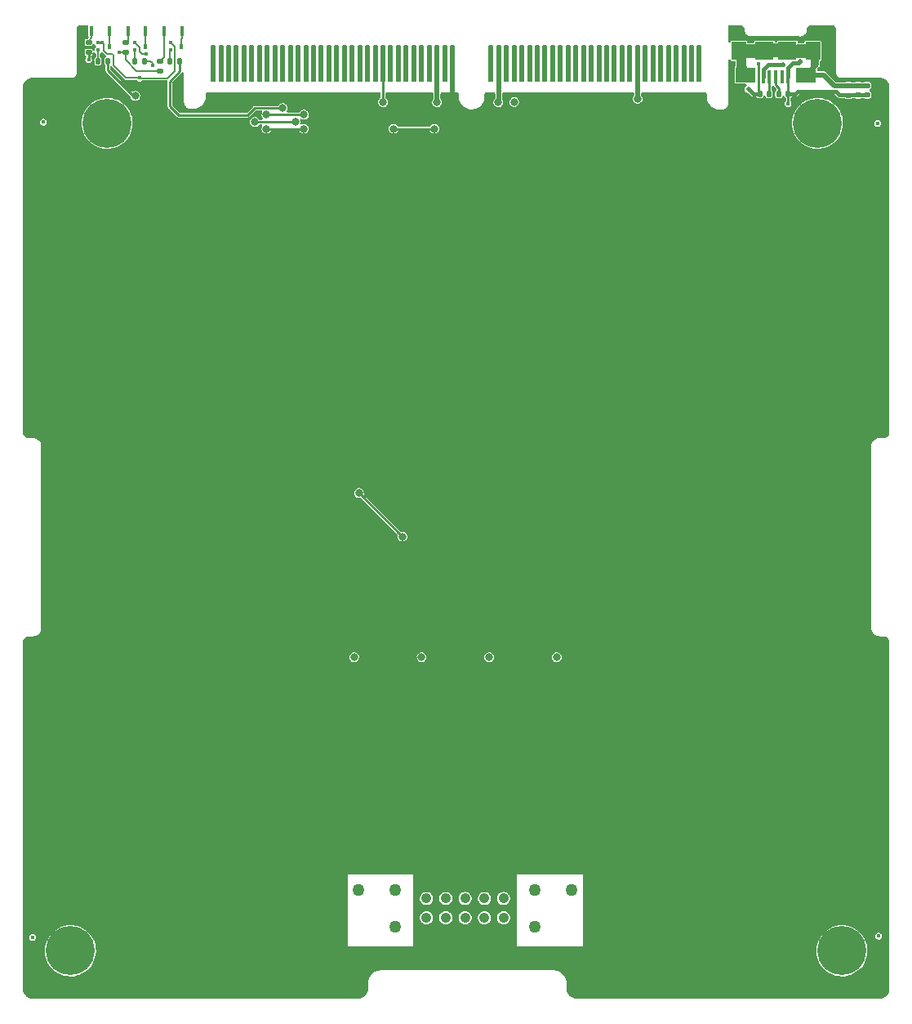
<source format=gbr>
%TF.GenerationSoftware,KiCad,Pcbnew,(6.0.1-0)*%
%TF.CreationDate,2022-02-08T16:02:54-05:00*%
%TF.ProjectId,FP Interface Card,46502049-6e74-4657-9266-616365204361,rev?*%
%TF.SameCoordinates,Original*%
%TF.FileFunction,Copper,L4,Bot*%
%TF.FilePolarity,Positive*%
%FSLAX46Y46*%
G04 Gerber Fmt 4.6, Leading zero omitted, Abs format (unit mm)*
G04 Created by KiCad (PCBNEW (6.0.1-0)) date 2022-02-08 16:02:54*
%MOMM*%
%LPD*%
G01*
G04 APERTURE LIST*
G04 Aperture macros list*
%AMRoundRect*
0 Rectangle with rounded corners*
0 $1 Rounding radius*
0 $2 $3 $4 $5 $6 $7 $8 $9 X,Y pos of 4 corners*
0 Add a 4 corners polygon primitive as box body*
4,1,4,$2,$3,$4,$5,$6,$7,$8,$9,$2,$3,0*
0 Add four circle primitives for the rounded corners*
1,1,$1+$1,$2,$3*
1,1,$1+$1,$4,$5*
1,1,$1+$1,$6,$7*
1,1,$1+$1,$8,$9*
0 Add four rect primitives between the rounded corners*
20,1,$1+$1,$2,$3,$4,$5,0*
20,1,$1+$1,$4,$5,$6,$7,0*
20,1,$1+$1,$6,$7,$8,$9,0*
20,1,$1+$1,$8,$9,$2,$3,0*%
%AMFreePoly0*
4,1,12,0.105238,2.379067,0.194454,2.319454,0.254067,2.230238,0.275000,2.125000,0.275000,-1.400000,-0.275000,-1.400000,-0.275000,2.125000,-0.254067,2.230238,-0.194454,2.319454,-0.105238,2.379067,0.000000,2.400000,0.105238,2.379067,0.105238,2.379067,$1*%
G04 Aperture macros list end*
%TA.AperFunction,ComponentPad*%
%ADD10C,5.080000*%
%TD*%
%TA.AperFunction,SMDPad,CuDef*%
%ADD11FreePoly0,0.000000*%
%TD*%
%TA.AperFunction,ComponentPad*%
%ADD12C,1.070000*%
%TD*%
%TA.AperFunction,ComponentPad*%
%ADD13C,1.270000*%
%TD*%
%TA.AperFunction,SMDPad,CuDef*%
%ADD14R,0.370000X1.000000*%
%TD*%
%TA.AperFunction,SMDPad,CuDef*%
%ADD15RoundRect,0.101500X0.101500X0.571500X-0.101500X0.571500X-0.101500X-0.571500X0.101500X-0.571500X0*%
%TD*%
%TA.AperFunction,SMDPad,CuDef*%
%ADD16R,0.406000X1.346000*%
%TD*%
%TA.AperFunction,SMDPad,CuDef*%
%ADD17R,1.905000X1.905000*%
%TD*%
%TA.AperFunction,SMDPad,CuDef*%
%ADD18R,1.500000X1.905000*%
%TD*%
%TA.AperFunction,SMDPad,CuDef*%
%ADD19R,2.108000X1.600000*%
%TD*%
%TA.AperFunction,SMDPad,CuDef*%
%ADD20RoundRect,0.140000X-0.170000X0.140000X-0.170000X-0.140000X0.170000X-0.140000X0.170000X0.140000X0*%
%TD*%
%TA.AperFunction,SMDPad,CuDef*%
%ADD21R,0.450000X0.400000*%
%TD*%
%TA.AperFunction,SMDPad,CuDef*%
%ADD22R,0.450000X0.500000*%
%TD*%
%TA.AperFunction,SMDPad,CuDef*%
%ADD23RoundRect,0.135000X-0.135000X-0.185000X0.135000X-0.185000X0.135000X0.185000X-0.135000X0.185000X0*%
%TD*%
%TA.AperFunction,SMDPad,CuDef*%
%ADD24RoundRect,0.135000X-0.185000X0.135000X-0.185000X-0.135000X0.185000X-0.135000X0.185000X0.135000X0*%
%TD*%
%TA.AperFunction,SMDPad,CuDef*%
%ADD25RoundRect,0.135000X0.185000X-0.135000X0.185000X0.135000X-0.185000X0.135000X-0.185000X-0.135000X0*%
%TD*%
%TA.AperFunction,SMDPad,CuDef*%
%ADD26RoundRect,0.140000X-0.140000X-0.170000X0.140000X-0.170000X0.140000X0.170000X-0.140000X0.170000X0*%
%TD*%
%TA.AperFunction,SMDPad,CuDef*%
%ADD27RoundRect,0.140000X0.140000X0.170000X-0.140000X0.170000X-0.140000X-0.170000X0.140000X-0.170000X0*%
%TD*%
%TA.AperFunction,ViaPad*%
%ADD28C,0.508000*%
%TD*%
%TA.AperFunction,ViaPad*%
%ADD29C,0.381000*%
%TD*%
%TA.AperFunction,ViaPad*%
%ADD30C,0.800000*%
%TD*%
%TA.AperFunction,Conductor*%
%ADD31C,0.508000*%
%TD*%
%TA.AperFunction,Conductor*%
%ADD32C,0.381000*%
%TD*%
%TA.AperFunction,Conductor*%
%ADD33C,0.254000*%
%TD*%
%TA.AperFunction,Conductor*%
%ADD34C,0.203200*%
%TD*%
%TA.AperFunction,Conductor*%
%ADD35C,0.250000*%
%TD*%
G04 APERTURE END LIST*
D10*
%TO.P,H2,1,1*%
%TO.N,/CHS*%
X82540000Y90810000D03*
%TD*%
%TO.P,H1,1,1*%
%TO.N,/CHS*%
X8880000Y90810000D03*
%TD*%
D11*
%TO.P,P1,1,Pin_1*%
%TO.N,/SEP1*%
X19883820Y96562847D03*
%TO.P,P1,3,Pin_3*%
%TO.N,/-Z_SOLAR_TLE*%
X20683820Y96562847D03*
%TO.P,P1,5,Pin_5*%
%TO.N,/-Z_SOLAR_RTN*%
X21483820Y96562847D03*
%TO.P,P1,7,Pin_7*%
%TO.N,/-Z_SOLAR_PWR*%
X22283820Y96562847D03*
%TO.P,P1,9,Pin_9*%
%TO.N,/H1-1*%
X23083820Y96562847D03*
%TO.P,P1,11,Pin_11*%
%TO.N,/H2-1*%
X23883820Y96562847D03*
%TO.P,P1,13,Pin_13*%
%TO.N,/H1-3*%
X24683820Y96562847D03*
%TO.P,P1,15,Pin_15*%
%TO.N,/H2-3*%
X25483820Y96562847D03*
%TO.P,P1,17,Pin_17*%
%TO.N,/H1-5*%
X26283820Y96562847D03*
%TO.P,P1,19,Pin_19*%
%TO.N,/H2-5*%
X27083820Y96562847D03*
%TO.P,P1,21,Pin_21*%
%TO.N,/H1-7*%
X27883820Y96562847D03*
%TO.P,P1,23,Pin_23*%
%TO.N,/H2-7*%
X28683820Y96562847D03*
%TO.P,P1,25,Pin_25*%
%TO.N,/H1-9*%
X29483820Y96562847D03*
%TO.P,P1,27,Pin_27*%
%TO.N,/H2-9*%
X30283820Y96562847D03*
%TO.P,P1,29,Pin_29*%
%TO.N,/H1-11*%
X31083820Y96562847D03*
%TO.P,P1,31,Pin_31*%
%TO.N,/H2-11*%
X31883820Y96562847D03*
%TO.P,P1,33,Pin_33*%
%TO.N,/H1-13*%
X32683820Y96562847D03*
%TO.P,P1,35,Pin_35*%
%TO.N,/H2-13*%
X33483820Y96562847D03*
%TO.P,P1,37,Pin_37*%
%TO.N,/RBF*%
X34283820Y96562847D03*
%TO.P,P1,39,Pin_39*%
%TO.N,/H2-15*%
X35083820Y96562847D03*
%TO.P,P1,41,Pin_41*%
%TO.N,/H1-17*%
X35883820Y96562847D03*
%TO.P,P1,43,Pin_43*%
%TO.N,/H2-17*%
X36683820Y96562847D03*
%TO.P,P1,45,Pin_45*%
%TO.N,/H1-19*%
X37483820Y96562847D03*
%TO.P,P1,47,Pin_47*%
%TO.N,/H2-19*%
X38283820Y96562847D03*
%TO.P,P1,49,Pin_49*%
%TO.N,/H1-21*%
X39083820Y96562847D03*
%TO.P,P1,51,Pin_51*%
%TO.N,/H2-21*%
X39883820Y96562847D03*
%TO.P,P1,53,Pin_53*%
%TO.N,/H1-23*%
X40683820Y96562847D03*
%TO.P,P1,55,Pin_55*%
%TO.N,/H2-23*%
X41483820Y96562847D03*
%TO.P,P1,57,Pin_57*%
%TO.N,/H1-25*%
X42283820Y96562847D03*
%TO.P,P1,59,Pin_59*%
%TO.N,+5V*%
X43083820Y96562847D03*
%TO.P,P1,61,Pin_61*%
%TO.N,/H1-27*%
X43883820Y96562847D03*
%TO.P,P1,63,Pin_63*%
%TO.N,+3V3*%
X44683820Y96562847D03*
%TO.P,P1,65,Pin_65*%
%TO.N,/~{BUS_RESET}*%
X48683820Y96562847D03*
%TO.P,P1,67,Pin_67*%
%TO.N,GND*%
X49483820Y96562847D03*
%TO.P,P1,69,Pin_69*%
%TO.N,/H1-31*%
X50283820Y96562847D03*
%TO.P,P1,71,Pin_71*%
%TO.N,/AGND*%
X51083820Y96562847D03*
%TO.P,P1,73,Pin_73*%
%TO.N,/H1-33*%
X51883820Y96562847D03*
%TO.P,P1,75,Pin_75*%
%TO.N,/H2-33*%
X52683820Y96562847D03*
%TO.P,P1,77,Pin_77*%
%TO.N,/H1-35*%
X53483820Y96562847D03*
%TO.P,P1,79,Pin_79*%
%TO.N,/H2-35*%
X54283820Y96562847D03*
%TO.P,P1,81,Pin_81*%
%TO.N,/H1-37*%
X55083820Y96562847D03*
%TO.P,P1,83,Pin_83*%
%TO.N,/H2-37*%
X55883820Y96562847D03*
%TO.P,P1,85,Pin_85*%
%TO.N,/H1-39*%
X56683820Y96562847D03*
%TO.P,P1,87,Pin_87*%
%TO.N,/H2-39*%
X57483820Y96562847D03*
%TO.P,P1,89,Pin_89*%
%TO.N,/SDA_SYS*%
X58283820Y96562847D03*
%TO.P,P1,91,Pin_91*%
%TO.N,/H2-41*%
X59083820Y96562847D03*
%TO.P,P1,93,Pin93*%
%TO.N,/SCL_SYS*%
X59883820Y96562847D03*
%TO.P,P1,95,Pin_95*%
%TO.N,/H2-43*%
X60683820Y96562847D03*
%TO.P,P1,97,Pin_97*%
%TO.N,/H1-45*%
X61483820Y96562847D03*
%TO.P,P1,99,Pin_99*%
%TO.N,/H2-45*%
X62283820Y96562847D03*
%TO.P,P1,101,Pin_101*%
%TO.N,/SELF_TEST*%
X63083820Y96562847D03*
%TO.P,P1,103,Pin_103*%
%TO.N,GND*%
X63883820Y96562847D03*
%TO.P,P1,105,Pin_105*%
%TO.N,/USER_2*%
X64683820Y96562847D03*
%TO.P,P1,107,Pin_107*%
%TO.N,/H2-49*%
X65483820Y96562847D03*
%TO.P,P1,109,Pin_109*%
%TO.N,/H1-51*%
X66283820Y96562847D03*
%TO.P,P1,111,Pin_111*%
%TO.N,/H2-51*%
X67083820Y96562847D03*
%TO.P,P1,113,Pin_113*%
%TO.N,/+Y_SOLAR_TLE*%
X67883820Y96562847D03*
%TO.P,P1,115,Pin_115*%
%TO.N,/+Y_SOLAR_RTN*%
X68683820Y96562847D03*
%TO.P,P1,117,Pin_117*%
%TO.N,/+Y_SOLAR_PWR*%
X69483820Y96562847D03*
%TO.P,P1,119,Pin_119*%
%TO.N,/SEP3*%
X70283820Y96562847D03*
%TD*%
D10*
%TO.P,H3,1,1*%
%TO.N,/CHS*%
X85080000Y5080000D03*
%TD*%
%TO.P,H4,1,1*%
%TO.N,/CHS*%
X5080000Y5080000D03*
%TD*%
D12*
%TO.P,J1,1,Pin_1*%
%TO.N,GND*%
X42000010Y8499999D03*
%TO.P,J1,2,Pin_2*%
X42000010Y10499999D03*
%TO.P,J1,3,Pin_3*%
X44000010Y8499999D03*
%TO.P,J1,4,Pin_4*%
%TO.N,/SERVO_PWR_CTRL*%
X44000010Y10499999D03*
%TO.P,J1,5,Pin_5*%
%TO.N,/RXD*%
X46000010Y8499999D03*
%TO.P,J1,6,Pin_6*%
%TO.N,/TXD*%
X46000010Y10499999D03*
%TO.P,J1,7,Pin_7*%
%TO.N,/RESET*%
X48000010Y8499999D03*
%TO.P,J1,8,Pin_8*%
%TO.N,+5V*%
X48000010Y10499999D03*
%TO.P,J1,9,Pin_9*%
X50000010Y8499999D03*
%TO.P,J1,10,Pin_10*%
X50000010Y10499999D03*
D13*
%TO.P,J1,B*%
%TO.N,N/C*%
X53240010Y11404999D03*
X53240010Y7594999D03*
X57050010Y11404999D03*
X38760010Y11404999D03*
X34950010Y11404999D03*
X38760010Y7594999D03*
%TD*%
D14*
%TO.P,D1,1,K*%
%TO.N,Net-(D1-Pad1)*%
X9083781Y100375720D03*
%TO.P,D1,2,A*%
%TO.N,Net-(D1-Pad2)*%
X7223781Y100375720D03*
%TD*%
%TO.P,D2,1,K*%
%TO.N,Net-(D2-Pad1)*%
X12883773Y100375720D03*
%TO.P,D2,2,A*%
%TO.N,Net-(D2-Pad2)*%
X11023773Y100375720D03*
%TD*%
%TO.P,D4,1,K*%
%TO.N,Net-(D4-Pad1)*%
X16683791Y100375720D03*
%TO.P,D4,2,A*%
%TO.N,Net-(D4-Pad2)*%
X14823791Y100375720D03*
%TD*%
D15*
%TO.P,J2,1,VBUS*%
%TO.N,Net-(C3-Pad1)*%
X76908778Y95658833D03*
D16*
%TO.P,J2,2,D-*%
%TO.N,/USB_D-*%
X77558778Y95658833D03*
%TO.P,J2,3,D+*%
%TO.N,/USB_D+*%
X78208778Y95658833D03*
%TO.P,J2,4,ID*%
%TO.N,unconnected-(J2-Pad4)*%
X78858778Y95658833D03*
%TO.P,J2,5,GND*%
%TO.N,GND*%
X79508778Y95658833D03*
D17*
%TO.P,J2,6,Shield*%
%TO.N,/CHS*%
X79433778Y98325833D03*
D18*
X82059778Y98325833D03*
D19*
X75109778Y95825833D03*
D17*
X77033778Y98325833D03*
D18*
X74407778Y98325833D03*
D19*
X81357778Y95825833D03*
%TD*%
D20*
%TO.P,C5,1*%
%TO.N,/CHS*%
X86728300Y94714000D03*
%TO.P,C5,2*%
%TO.N,GND*%
X86728300Y93754000D03*
%TD*%
%TO.P,C6,1*%
%TO.N,/CHS*%
X87718900Y94714000D03*
%TO.P,C6,2*%
%TO.N,GND*%
X87718900Y93754000D03*
%TD*%
D21*
%TO.P,Q5,1,B*%
%TO.N,Net-(Q5-Pad1)*%
X7934000Y98380600D03*
%TO.P,Q5,2,E*%
%TO.N,GND*%
X7934000Y99180600D03*
D22*
%TO.P,Q5,3,C*%
%TO.N,Net-(D1-Pad1)*%
X9084000Y98780600D03*
%TD*%
D21*
%TO.P,Q6,1,B*%
%TO.N,Net-(Q6-Pad1)*%
X11718600Y98380600D03*
%TO.P,Q6,2,E*%
%TO.N,GND*%
X11718600Y99180600D03*
D22*
%TO.P,Q6,3,C*%
%TO.N,Net-(D2-Pad1)*%
X12868600Y98780600D03*
%TD*%
D21*
%TO.P,Q8,1,B*%
%TO.N,Net-(Q8-Pad1)*%
X15427000Y98380600D03*
%TO.P,Q8,2,E*%
%TO.N,GND*%
X15427000Y99180600D03*
D22*
%TO.P,Q8,3,C*%
%TO.N,Net-(D4-Pad1)*%
X16577000Y98780600D03*
%TD*%
D23*
%TO.P,R20,1*%
%TO.N,Net-(Q5-Pad1)*%
X7922800Y97231200D03*
%TO.P,R20,2*%
%TO.N,/H1-19*%
X8942800Y97231200D03*
%TD*%
D24*
%TO.P,R15,1*%
%TO.N,/CHS*%
X85737700Y94718600D03*
%TO.P,R15,2*%
%TO.N,GND*%
X85737700Y93698600D03*
%TD*%
D25*
%TO.P,R16,1*%
%TO.N,/5V_USB*%
X6959600Y98169000D03*
%TO.P,R16,2*%
%TO.N,Net-(D1-Pad2)*%
X6959600Y99189000D03*
%TD*%
D23*
%TO.P,R21,1*%
%TO.N,Net-(Q6-Pad1)*%
X11732800Y97231200D03*
%TO.P,R21,2*%
%TO.N,/H1-20*%
X12752800Y97231200D03*
%TD*%
D25*
%TO.P,R17,1*%
%TO.N,/5V_USB*%
X10795000Y98169000D03*
%TO.P,R17,2*%
%TO.N,Net-(D2-Pad2)*%
X10795000Y99189000D03*
%TD*%
D23*
%TO.P,R23,1*%
%TO.N,Net-(Q8-Pad1)*%
X15415800Y97231200D03*
%TO.P,R23,2*%
%TO.N,/H2-6*%
X16435800Y97231200D03*
%TD*%
D25*
%TO.P,R19,1*%
%TO.N,/5V_USB*%
X14376400Y96213200D03*
%TO.P,R19,2*%
%TO.N,Net-(D4-Pad2)*%
X14376400Y97233200D03*
%TD*%
D26*
%TO.P,Z1,1*%
%TO.N,/USB_D+*%
X78539400Y93853000D03*
%TO.P,Z1,2*%
%TO.N,GND*%
X79499400Y93853000D03*
%TD*%
D27*
%TO.P,Z2,1*%
%TO.N,/USB_D-*%
X77518200Y93853000D03*
%TO.P,Z2,2*%
%TO.N,GND*%
X76558200Y93853000D03*
%TD*%
D28*
%TO.N,Net-(C3-Pad1)*%
X78930500Y96901000D03*
D29*
%TO.N,/5V_USB*%
X10096500Y98171000D03*
D30*
X29300000Y90250000D03*
X42800000Y90250000D03*
X25400000Y90250000D03*
X38600000Y90250000D03*
D29*
X6959600Y97383600D03*
D30*
%TO.N,/H2-6*%
X27083820Y92383820D03*
%TO.N,/H1-6*%
X39500000Y48000000D03*
X35000000Y52500000D03*
D29*
%TO.N,GND*%
X88773000Y90805000D03*
D30*
X51083820Y93016180D03*
D29*
X79499400Y92839600D03*
X76454000Y96964500D03*
D30*
X63900000Y93350000D03*
X49450000Y93000000D03*
D29*
X88900000Y6604000D03*
X12255500Y95504000D03*
D28*
X75374500Y94361000D03*
D29*
X2286000Y90932000D03*
X12890500Y98018600D03*
X1143000Y6477000D03*
D28*
X80772000Y97218500D03*
D29*
X8331200Y99187000D03*
D30*
%TO.N,/H1-19*%
X28400000Y90950000D03*
X24200000Y90950000D03*
X11800000Y93650000D03*
X37500000Y93000000D03*
%TO.N,/H1-20*%
X25400000Y91700000D03*
X29300000Y91700000D03*
D29*
X13589000Y96774000D03*
D30*
%TO.N,+5V*%
X43100000Y93000000D03*
X41500000Y35500000D03*
X55500000Y35500000D03*
X48500000Y35500000D03*
X34500000Y35500000D03*
%TO.N,+3V3*%
X44150000Y93000000D03*
X49550000Y42037500D03*
X56550000Y42037500D03*
X42550000Y42037500D03*
X35550000Y42037500D03*
%TD*%
D31*
%TO.N,/CHS*%
X81343500Y98742500D02*
X80454500Y98742500D01*
X80327500Y97853500D02*
X81343500Y97853500D01*
X74407778Y96527833D02*
X75109778Y95825833D01*
X85737700Y94718600D02*
X87714300Y94718600D01*
X84287900Y94718600D02*
X83180667Y95825833D01*
X78676500Y98806000D02*
X77787500Y98806000D01*
X74866500Y96710500D02*
X74866500Y97282000D01*
X76489667Y98325833D02*
X76073000Y98742500D01*
X82059778Y97899222D02*
X82423000Y97536000D01*
X74584667Y98325833D02*
X75057000Y97853500D01*
X82423000Y97536000D02*
X82423000Y96891055D01*
X83180667Y95825833D02*
X81357778Y95825833D01*
X76073000Y98742500D02*
X75184000Y98742500D01*
X77660500Y97917000D02*
X78676500Y97917000D01*
X81357778Y95825833D02*
X82423000Y96891055D01*
X82059778Y98325833D02*
X82059778Y96527833D01*
X87714300Y94718600D02*
X87718900Y94714000D01*
X74407778Y98325833D02*
X74407778Y96527833D01*
X75057000Y97853500D02*
X76073000Y97853500D01*
X74407778Y98325833D02*
X82059778Y98325833D01*
X75109778Y96467222D02*
X74866500Y96710500D01*
X85737700Y94718600D02*
X84287900Y94718600D01*
X75109778Y95825833D02*
X75109778Y96467222D01*
D32*
%TO.N,Net-(C3-Pad1)*%
X77402043Y96901000D02*
X78930500Y96901000D01*
X76908778Y96407735D02*
X77402043Y96901000D01*
X76908778Y95658833D02*
X76908778Y96407735D01*
D33*
%TO.N,/USB_D+*%
X78208778Y94765222D02*
X78539400Y94434600D01*
X78208778Y95658833D02*
X78208778Y94765222D01*
X78539400Y94434600D02*
X78539400Y93853000D01*
%TO.N,/USB_D-*%
X77558778Y93893578D02*
X77518200Y93853000D01*
X77558778Y95658833D02*
X77558778Y93893578D01*
%TO.N,/5V_USB*%
X42800000Y90250000D02*
X38600000Y90250000D01*
D34*
X11950498Y96215200D02*
X14374400Y96215200D01*
X10795000Y98169000D02*
X10098500Y98169000D01*
X10795000Y97370698D02*
X11950498Y96215200D01*
D33*
X29300000Y90250000D02*
X25400000Y90250000D01*
X6959600Y97383600D02*
X6959600Y98169000D01*
D34*
X10795000Y98169000D02*
X10795000Y97370698D01*
X10098500Y98169000D02*
X10096500Y98171000D01*
X14374400Y96215200D02*
X14376400Y96213200D01*
%TO.N,Net-(D1-Pad1)*%
X9084000Y100375501D02*
X9083781Y100375720D01*
X9084000Y98780600D02*
X9084000Y100375501D01*
D33*
%TO.N,/H2-6*%
X15375000Y92575000D02*
X16300000Y91650000D01*
X24183820Y92383820D02*
X23450000Y91650000D01*
X16435800Y97231200D02*
X16435800Y96185800D01*
X16300000Y91650000D02*
X23450000Y91650000D01*
X27083820Y92383820D02*
X24183820Y92383820D01*
X15375000Y95125000D02*
X15375000Y92575000D01*
X16435800Y96185800D02*
X15375000Y95125000D01*
D35*
%TO.N,/H1-6*%
X35000000Y52500000D02*
X39500000Y48000000D01*
D34*
%TO.N,Net-(D1-Pad2)*%
X6959600Y99189000D02*
X6959600Y99390200D01*
X6959600Y99390200D02*
X7223781Y99654381D01*
X7223781Y99654381D02*
X7223781Y100375720D01*
%TO.N,Net-(D2-Pad1)*%
X12868600Y98780600D02*
X12868600Y100360547D01*
X12868600Y100360547D02*
X12883773Y100375720D01*
%TO.N,Net-(D2-Pad2)*%
X11023773Y99417773D02*
X10795000Y99189000D01*
X11023773Y100375720D02*
X11023773Y99417773D01*
%TO.N,Net-(D4-Pad1)*%
X16653593Y99593400D02*
X16653593Y100375720D01*
X16577000Y99516807D02*
X16653593Y99593400D01*
X16577000Y98780600D02*
X16577000Y99516807D01*
%TO.N,Net-(D4-Pad2)*%
X14823791Y97680591D02*
X14376400Y97233200D01*
X14823791Y100375720D02*
X14823791Y97680591D01*
D33*
%TO.N,GND*%
X7934000Y99180600D02*
X8324800Y99180600D01*
D34*
X11718600Y99180600D02*
X12255500Y98643700D01*
D31*
X63883820Y96562847D02*
X63883820Y93366180D01*
D32*
X79508778Y96585833D02*
X79508778Y95658833D01*
X80264000Y93853000D02*
X80518000Y94107000D01*
D34*
X12255500Y98234500D02*
X12471400Y98018600D01*
D33*
X79499400Y93853000D02*
X79499400Y92839600D01*
X87718900Y93754000D02*
X85793100Y93754000D01*
X85793100Y93754000D02*
X85737700Y93698600D01*
X76454000Y96964500D02*
X76454000Y93957200D01*
D34*
X12280900Y95478600D02*
X12255500Y95504000D01*
D31*
X49483820Y96562847D02*
X49483820Y93033820D01*
D34*
X15889010Y96229210D02*
X15138400Y95478600D01*
X12280900Y95478600D02*
X15138400Y95478600D01*
X9429649Y97961551D02*
X8896249Y97961551D01*
X15427000Y99180600D02*
X15889010Y98718590D01*
X9575800Y96774000D02*
X10845800Y95504000D01*
X15889010Y98718590D02*
X15889010Y96229210D01*
D33*
X79508778Y93862378D02*
X79499400Y93853000D01*
D32*
X75374500Y94361000D02*
X75882500Y93853000D01*
D34*
X9575800Y96774000D02*
X9575800Y97815400D01*
D32*
X84808000Y93754000D02*
X87718900Y93754000D01*
X79950945Y97028000D02*
X79508778Y96585833D01*
X76558200Y93853000D02*
X75882500Y93853000D01*
D31*
X49483820Y93033820D02*
X49450000Y93000000D01*
D34*
X9575800Y97815400D02*
X9429649Y97961551D01*
X12255500Y95504000D02*
X10845800Y95504000D01*
X8509000Y98348800D02*
X8509000Y99009200D01*
D32*
X80772000Y97218500D02*
X80581500Y97028000D01*
D33*
X79508778Y95658833D02*
X79508778Y93862378D01*
D32*
X80581500Y97028000D02*
X79950945Y97028000D01*
X80518000Y94107000D02*
X84455000Y94107000D01*
D34*
X12471400Y98018600D02*
X12890500Y98018600D01*
D31*
X63883820Y93366180D02*
X63900000Y93350000D01*
D33*
X8324800Y99180600D02*
X8331200Y99187000D01*
D34*
X12255500Y98643700D02*
X12255500Y98234500D01*
X8896249Y97961551D02*
X8509000Y98348800D01*
X8509000Y99009200D02*
X8331200Y99187000D01*
X76454000Y93957200D02*
X76558200Y93853000D01*
D32*
X79499400Y93853000D02*
X80264000Y93853000D01*
X84455000Y94107000D02*
X84808000Y93754000D01*
D35*
%TO.N,/H1-19*%
X37483820Y93016180D02*
X37500000Y93000000D01*
D33*
X11750000Y93600000D02*
X11800000Y93650000D01*
X8942800Y96307200D02*
X11650000Y93600000D01*
X11650000Y93600000D02*
X11750000Y93600000D01*
X8942800Y97231200D02*
X8942800Y96307200D01*
D35*
X37483820Y96562847D02*
X37483820Y93016180D01*
D33*
X24200000Y90950000D02*
X28400000Y90950000D01*
D34*
%TO.N,/H1-20*%
X13589000Y97028000D02*
X13589000Y96774000D01*
X13385800Y97231200D02*
X13589000Y97028000D01*
X12752800Y97231200D02*
X13385800Y97231200D01*
D33*
X25400000Y91700000D02*
X29300000Y91700000D01*
D31*
%TO.N,+5V*%
X43083820Y96562847D02*
X43083820Y93016180D01*
X43083820Y93016180D02*
X43100000Y93000000D01*
%TO.N,+3V3*%
X44683820Y96562847D02*
X44683820Y93533820D01*
X44683820Y93533820D02*
X44150000Y93000000D01*
D34*
%TO.N,Net-(Q5-Pad1)*%
X7934000Y97242400D02*
X7922800Y97231200D01*
X7934000Y98380600D02*
X7934000Y97242400D01*
%TO.N,Net-(Q6-Pad1)*%
X11718600Y98380600D02*
X11718600Y97245400D01*
X11718600Y97245400D02*
X11732800Y97231200D01*
%TO.N,Net-(Q8-Pad1)*%
X15415800Y97231200D02*
X15415800Y98369400D01*
X15415800Y98369400D02*
X15427000Y98380600D01*
%TD*%
%TA.AperFunction,Conductor*%
%TO.N,+3V3*%
G36*
X74657356Y100990409D02*
G01*
X74691615Y100976219D01*
X74729564Y100960500D01*
X74758045Y100944057D01*
X74829693Y100889080D01*
X74852942Y100865831D01*
X74907919Y100794183D01*
X74924362Y100765701D01*
X74958919Y100682273D01*
X74967432Y100650502D01*
X74979465Y100559108D01*
X74979908Y100555740D01*
X74976598Y100555304D01*
X74978252Y100549557D01*
X74976904Y100544528D01*
X74978425Y100538851D01*
X74991903Y100402012D01*
X74993702Y100396083D01*
X74993702Y100396081D01*
X75026238Y100288824D01*
X75033473Y100264974D01*
X75100979Y100138678D01*
X75191828Y100027979D01*
X75302527Y99937130D01*
X75428823Y99869624D01*
X75434747Y99867827D01*
X75497883Y99848675D01*
X75565861Y99828054D01*
X75670608Y99817737D01*
X75670591Y99817560D01*
X75672597Y99816810D01*
X75672668Y99817534D01*
X75684617Y99816357D01*
X75702700Y99814576D01*
X75708377Y99813055D01*
X75724399Y99817348D01*
X75740269Y99817348D01*
X75741682Y99817534D01*
X80675075Y99817534D01*
X80676496Y99817347D01*
X80692361Y99817347D01*
X80708383Y99813054D01*
X80714060Y99814575D01*
X80730217Y99816166D01*
X80730218Y99816166D01*
X80807404Y99823768D01*
X80850899Y99828052D01*
X80987938Y99869623D01*
X81089853Y99924097D01*
X81108775Y99934211D01*
X81108776Y99934212D01*
X81114234Y99937129D01*
X81224933Y100027978D01*
X81315782Y100138677D01*
X81318701Y100144137D01*
X81353942Y100210070D01*
X81383288Y100264973D01*
X81424859Y100402012D01*
X81438336Y100538851D01*
X81439857Y100544528D01*
X81438538Y100549450D01*
X81440254Y100555294D01*
X81436852Y100555742D01*
X81449328Y100650502D01*
X81457841Y100682273D01*
X81492398Y100765701D01*
X81508841Y100794183D01*
X81563818Y100865831D01*
X81587067Y100889080D01*
X81658715Y100944057D01*
X81687196Y100960500D01*
X81725145Y100976219D01*
X81759404Y100990409D01*
X81807621Y101000000D01*
X84110310Y101000000D01*
X84158529Y100990408D01*
X84220614Y100964691D01*
X84249099Y100948245D01*
X84261382Y100938820D01*
X84314256Y100898248D01*
X84337514Y100874990D01*
X84376577Y100824083D01*
X84387511Y100809833D01*
X84403954Y100781354D01*
X84435388Y100705467D01*
X84443900Y100673700D01*
X84455309Y100587039D01*
X84451999Y100586603D01*
X84453653Y100580857D01*
X84452305Y100575828D01*
X84456598Y100559806D01*
X84456598Y100543941D01*
X84456785Y100542520D01*
X84456785Y96159153D01*
X84456598Y96157732D01*
X84456597Y96141865D01*
X84452305Y96125845D01*
X84453371Y96121865D01*
X84455392Y96103927D01*
X84455392Y96103926D01*
X84462885Y96037429D01*
X84468323Y95989172D01*
X84492971Y95918732D01*
X84503301Y95889212D01*
X84513749Y95859352D01*
X84519821Y95849689D01*
X84567998Y95773015D01*
X84586923Y95742895D01*
X84684177Y95645641D01*
X84800634Y95572467D01*
X84807310Y95570131D01*
X84807312Y95570130D01*
X84900015Y95537692D01*
X84930454Y95527041D01*
X85024727Y95516418D01*
X85025903Y95516136D01*
X85027805Y95515999D01*
X85029501Y95515365D01*
X85029534Y95515592D01*
X85030148Y95515503D01*
X85030096Y95515143D01*
X85030197Y95515105D01*
X85032736Y95514496D01*
X85032849Y95515503D01*
X85063147Y95512089D01*
X85067127Y95511023D01*
X85083147Y95515315D01*
X85099014Y95515316D01*
X85100435Y95515503D01*
X89033804Y95515503D01*
X89035247Y95515313D01*
X89051102Y95515313D01*
X89067124Y95511020D01*
X89075636Y95513301D01*
X89079531Y95512157D01*
X89079727Y95514397D01*
X89079728Y95514397D01*
X89113591Y95511434D01*
X89225605Y95501634D01*
X89247228Y95497822D01*
X89346087Y95471333D01*
X89390245Y95459501D01*
X89410884Y95451989D01*
X89545072Y95389416D01*
X89564092Y95378434D01*
X89685378Y95293509D01*
X89702203Y95279391D01*
X89806891Y95174703D01*
X89821009Y95157879D01*
X89831497Y95142901D01*
X89905938Y95036589D01*
X89916914Y95017578D01*
X89978743Y94884987D01*
X89979490Y94883386D01*
X89987002Y94862746D01*
X89995707Y94830257D01*
X90000000Y94797647D01*
X90000000Y58654515D01*
X89992930Y58612903D01*
X89984806Y58589686D01*
X89984806Y58589685D01*
X89972567Y58564270D01*
X89912013Y58467899D01*
X89894425Y58445846D01*
X89813958Y58365379D01*
X89791899Y58347787D01*
X89695539Y58287240D01*
X89670118Y58274998D01*
X89562706Y58237413D01*
X89535199Y58231134D01*
X89419772Y58218128D01*
X89419471Y58220802D01*
X89414712Y58219484D01*
X89408002Y58221282D01*
X89391980Y58216989D01*
X89376115Y58216989D01*
X89374694Y58216802D01*
X89060310Y58216802D01*
X89058889Y58216989D01*
X89043025Y58216989D01*
X89027002Y58221282D01*
X89025946Y58220999D01*
X88852728Y58203938D01*
X88846798Y58202139D01*
X88846797Y58202139D01*
X88715570Y58162332D01*
X88685151Y58153104D01*
X88679696Y58150188D01*
X88679693Y58150187D01*
X88602732Y58109050D01*
X88530711Y58070554D01*
X88395343Y57959461D01*
X88284250Y57824093D01*
X88201700Y57669653D01*
X88150866Y57502076D01*
X88133805Y57328858D01*
X88133522Y57327802D01*
X88137815Y57311779D01*
X88137815Y57295915D01*
X88138002Y57294494D01*
X88138002Y38590510D01*
X88137815Y38589089D01*
X88137815Y38573225D01*
X88133522Y38557202D01*
X88133805Y38556146D01*
X88150866Y38382928D01*
X88201700Y38215351D01*
X88284250Y38060911D01*
X88395343Y37925543D01*
X88530711Y37814450D01*
X88600443Y37777177D01*
X88679693Y37734817D01*
X88679696Y37734816D01*
X88685151Y37731900D01*
X88691075Y37730103D01*
X88846797Y37682865D01*
X88846798Y37682865D01*
X88852728Y37681066D01*
X89025946Y37664005D01*
X89027002Y37663722D01*
X89043025Y37668015D01*
X89058889Y37668015D01*
X89060310Y37668202D01*
X89374694Y37668202D01*
X89376115Y37668015D01*
X89391980Y37668015D01*
X89408002Y37663722D01*
X89414445Y37665448D01*
X89419446Y37663980D01*
X89419772Y37666876D01*
X89535199Y37653870D01*
X89562706Y37647591D01*
X89670118Y37610006D01*
X89695539Y37597764D01*
X89791899Y37537217D01*
X89813958Y37519625D01*
X89894425Y37439158D01*
X89912013Y37417105D01*
X89972567Y37320734D01*
X89984804Y37295323D01*
X89992930Y37272101D01*
X90000000Y37230489D01*
X90000000Y925143D01*
X89995706Y892531D01*
X89981518Y839582D01*
X89974007Y818944D01*
X89904736Y670392D01*
X89893754Y651371D01*
X89799738Y517102D01*
X89785620Y500278D01*
X89669726Y384384D01*
X89652902Y370266D01*
X89518633Y276250D01*
X89499612Y265268D01*
X89351060Y195997D01*
X89330423Y188485D01*
X89172095Y146061D01*
X89150471Y142248D01*
X88988806Y128105D01*
X88988638Y130027D01*
X88985105Y129097D01*
X88976202Y131482D01*
X88960180Y127189D01*
X88944315Y127189D01*
X88942894Y127002D01*
X57615110Y127002D01*
X57613689Y127189D01*
X57597824Y127189D01*
X57581802Y131482D01*
X57573289Y129201D01*
X57569394Y130345D01*
X57569198Y128105D01*
X57407533Y142248D01*
X57385909Y146061D01*
X57227581Y188485D01*
X57206944Y195997D01*
X57058392Y265268D01*
X57039371Y276250D01*
X56905102Y370266D01*
X56888278Y384384D01*
X56772384Y500278D01*
X56758266Y517102D01*
X56664250Y651371D01*
X56653268Y670392D01*
X56583997Y818944D01*
X56576485Y839582D01*
X56569706Y864882D01*
X56534061Y997909D01*
X56530248Y1019536D01*
X56516105Y1181198D01*
X56518027Y1181366D01*
X56517097Y1184899D01*
X56519482Y1193802D01*
X56515189Y1209824D01*
X56515189Y1225689D01*
X56515002Y1227110D01*
X56515002Y1693894D01*
X56515189Y1695314D01*
X56515188Y1711177D01*
X56519482Y1727202D01*
X56518921Y1729295D01*
X56502774Y1934460D01*
X56454242Y2136614D01*
X56374682Y2328687D01*
X56266056Y2505949D01*
X56262849Y2509704D01*
X56262846Y2509708D01*
X56134244Y2660280D01*
X56131036Y2664036D01*
X56054194Y2729666D01*
X55976708Y2795846D01*
X55976704Y2795849D01*
X55972949Y2799056D01*
X55795687Y2907682D01*
X55603614Y2987242D01*
X55572002Y2994831D01*
X55406273Y3034619D01*
X55406267Y3034620D01*
X55401460Y3035774D01*
X55246090Y3048002D01*
X55217566Y3050247D01*
X55196295Y3051921D01*
X55194202Y3052482D01*
X55178177Y3048188D01*
X55162314Y3048189D01*
X55160894Y3048002D01*
X37295110Y3048002D01*
X37293690Y3048189D01*
X37277827Y3048188D01*
X37261802Y3052482D01*
X37259709Y3051921D01*
X37242096Y3050535D01*
X37242095Y3050535D01*
X37158946Y3043991D01*
X37054544Y3035774D01*
X37049737Y3034620D01*
X37049731Y3034619D01*
X36884002Y2994831D01*
X36852390Y2987242D01*
X36660317Y2907682D01*
X36483055Y2799056D01*
X36479300Y2795849D01*
X36479296Y2795846D01*
X36401810Y2729666D01*
X36324968Y2664036D01*
X36321760Y2660280D01*
X36193158Y2509708D01*
X36193155Y2509704D01*
X36189948Y2505949D01*
X36081322Y2328687D01*
X36001762Y2136614D01*
X35953230Y1934460D01*
X35937083Y1729295D01*
X35936522Y1727202D01*
X35940816Y1711177D01*
X35940815Y1695314D01*
X35941002Y1693894D01*
X35941002Y1227110D01*
X35940815Y1225689D01*
X35940815Y1209824D01*
X35936522Y1193802D01*
X35938803Y1185289D01*
X35937659Y1181394D01*
X35939899Y1181198D01*
X35925756Y1019536D01*
X35921943Y997909D01*
X35886298Y864882D01*
X35879519Y839582D01*
X35872007Y818944D01*
X35802736Y670392D01*
X35791754Y651371D01*
X35697738Y517102D01*
X35683620Y500278D01*
X35567726Y384384D01*
X35550902Y370266D01*
X35416633Y276250D01*
X35397612Y265268D01*
X35249060Y195997D01*
X35228423Y188485D01*
X35070095Y146061D01*
X35048471Y142248D01*
X34886806Y128105D01*
X34886638Y130027D01*
X34883105Y129097D01*
X34874202Y131482D01*
X34858180Y127189D01*
X34842315Y127189D01*
X34840894Y127002D01*
X1138449Y127005D01*
X1138449Y128109D01*
X1136334Y127719D01*
X1125977Y131215D01*
X1117336Y129481D01*
X1113521Y130870D01*
X1113183Y128647D01*
X952330Y153124D01*
X930988Y158308D01*
X841588Y188485D01*
X775289Y210864D01*
X755173Y219674D01*
X686920Y256968D01*
X610957Y298474D01*
X592677Y310644D01*
X464344Y413282D01*
X448452Y428443D01*
X339889Y551811D01*
X326872Y569501D01*
X241382Y709843D01*
X231634Y729525D01*
X210191Y784390D01*
X171812Y882583D01*
X165631Y903656D01*
X133296Y1064778D01*
X130868Y1086607D01*
X127042Y1249263D01*
X128970Y1249308D01*
X128267Y1252892D01*
X131215Y1261627D01*
X127952Y1277888D01*
X128249Y1282546D01*
X126993Y1295185D01*
X126994Y5107701D01*
X2434819Y5107701D01*
X2450649Y4789717D01*
X2451290Y4785986D01*
X2451291Y4785978D01*
X2465455Y4703553D01*
X2504566Y4475938D01*
X2505654Y4472299D01*
X2505655Y4472296D01*
X2527563Y4399043D01*
X2595790Y4170908D01*
X2722997Y3879047D01*
X2884347Y3604582D01*
X2886648Y3601567D01*
X3075201Y3354502D01*
X3075206Y3354496D01*
X3077501Y3351489D01*
X3299662Y3123435D01*
X3547612Y2923721D01*
X3817760Y2755242D01*
X4106191Y2620438D01*
X4109801Y2619255D01*
X4109805Y2619253D01*
X4199041Y2590000D01*
X4408728Y2521261D01*
X4720988Y2459149D01*
X4724760Y2458862D01*
X4724768Y2458861D01*
X5034672Y2435287D01*
X5034677Y2435287D01*
X5038449Y2435000D01*
X5356512Y2449165D01*
X5360250Y2449787D01*
X5360258Y2449788D01*
X5666827Y2500816D01*
X5666829Y2500817D01*
X5670569Y2501439D01*
X5841081Y2551462D01*
X5972446Y2590000D01*
X5972450Y2590001D01*
X5976072Y2591064D01*
X6268595Y2716741D01*
X6543901Y2876652D01*
X6798002Y3068478D01*
X7027217Y3289442D01*
X7228226Y3536343D01*
X7398117Y3805604D01*
X7534429Y4093326D01*
X7635189Y4395339D01*
X7698935Y4707270D01*
X7724746Y5024600D01*
X7725326Y5080000D01*
X7723656Y5107701D01*
X82434819Y5107701D01*
X82450649Y4789717D01*
X82451290Y4785986D01*
X82451291Y4785978D01*
X82465455Y4703553D01*
X82504566Y4475938D01*
X82505654Y4472299D01*
X82505655Y4472296D01*
X82527563Y4399043D01*
X82595790Y4170908D01*
X82722997Y3879047D01*
X82884347Y3604582D01*
X82886648Y3601567D01*
X83075201Y3354502D01*
X83075206Y3354496D01*
X83077501Y3351489D01*
X83299662Y3123435D01*
X83547612Y2923721D01*
X83817760Y2755242D01*
X84106191Y2620438D01*
X84109801Y2619255D01*
X84109805Y2619253D01*
X84199041Y2590000D01*
X84408728Y2521261D01*
X84720988Y2459149D01*
X84724760Y2458862D01*
X84724768Y2458861D01*
X85034672Y2435287D01*
X85034677Y2435287D01*
X85038449Y2435000D01*
X85356512Y2449165D01*
X85360250Y2449787D01*
X85360258Y2449788D01*
X85666827Y2500816D01*
X85666829Y2500817D01*
X85670569Y2501439D01*
X85841081Y2551462D01*
X85972446Y2590000D01*
X85972450Y2590001D01*
X85976072Y2591064D01*
X86268595Y2716741D01*
X86543901Y2876652D01*
X86798002Y3068478D01*
X87027217Y3289442D01*
X87228226Y3536343D01*
X87398117Y3805604D01*
X87534429Y4093326D01*
X87635189Y4395339D01*
X87698935Y4707270D01*
X87724746Y5024600D01*
X87725326Y5080000D01*
X87706167Y5397801D01*
X87648967Y5710999D01*
X87554554Y6015056D01*
X87424297Y6305569D01*
X87260082Y6578329D01*
X87257755Y6581313D01*
X87257750Y6581320D01*
X87240062Y6604000D01*
X88547952Y6604000D01*
X88569183Y6483592D01*
X88630316Y6377708D01*
X88723976Y6299117D01*
X88838868Y6257300D01*
X88961132Y6257300D01*
X89076024Y6299117D01*
X89169684Y6377708D01*
X89230817Y6483592D01*
X89252048Y6604000D01*
X89250134Y6614855D01*
X89232731Y6713555D01*
X89232730Y6713557D01*
X89230817Y6724408D01*
X89197634Y6781883D01*
X89175195Y6820747D01*
X89169684Y6830292D01*
X89076024Y6908883D01*
X88961132Y6950700D01*
X88838868Y6950700D01*
X88723976Y6908883D01*
X88630316Y6830292D01*
X88624805Y6820747D01*
X88602367Y6781883D01*
X88569183Y6724408D01*
X88567270Y6713557D01*
X88567269Y6713555D01*
X88549866Y6614855D01*
X88547952Y6604000D01*
X87240062Y6604000D01*
X87066624Y6826390D01*
X87066622Y6826392D01*
X87064288Y6829385D01*
X86839751Y7055101D01*
X86589723Y7252207D01*
X86317827Y7417848D01*
X86201918Y7470549D01*
X86031452Y7548056D01*
X86031444Y7548059D01*
X86028000Y7549625D01*
X85724441Y7645628D01*
X85585557Y7671745D01*
X85415271Y7703767D01*
X85415266Y7703768D01*
X85411547Y7704467D01*
X85093851Y7725290D01*
X85090071Y7725082D01*
X85090070Y7725082D01*
X84997289Y7719976D01*
X84775954Y7707795D01*
X84462461Y7652235D01*
X84458845Y7651133D01*
X84458837Y7651131D01*
X84161537Y7560521D01*
X84161530Y7560518D01*
X84157913Y7559416D01*
X83866722Y7430682D01*
X83863468Y7428746D01*
X83863462Y7428743D01*
X83841840Y7415879D01*
X83593106Y7267898D01*
X83590105Y7265583D01*
X83590101Y7265580D01*
X83434861Y7145813D01*
X83341028Y7073421D01*
X83338327Y7070762D01*
X83338320Y7070756D01*
X83173885Y6908883D01*
X83114140Y6850069D01*
X83111776Y6847102D01*
X83111773Y6847099D01*
X83005357Y6713555D01*
X82915727Y6601076D01*
X82748665Y6330051D01*
X82615373Y6040918D01*
X82614214Y6037318D01*
X82614211Y6037311D01*
X82605878Y6011433D01*
X82517782Y5737866D01*
X82517063Y5734150D01*
X82517061Y5734142D01*
X82458024Y5429003D01*
X82458023Y5428994D01*
X82457305Y5425284D01*
X82457038Y5421508D01*
X82457037Y5421503D01*
X82435087Y5111490D01*
X82434819Y5107701D01*
X7723656Y5107701D01*
X7706167Y5397801D01*
X7674718Y5569999D01*
X33810010Y5569999D01*
X40650010Y5569999D01*
X51350010Y5569999D01*
X58190010Y5569999D01*
X58190010Y13009999D01*
X51350010Y13009999D01*
X51350010Y5569999D01*
X40650010Y5569999D01*
X40650010Y8421615D01*
X41322558Y8421615D01*
X41324330Y8414235D01*
X41324330Y8414233D01*
X41326030Y8407154D01*
X41360810Y8262283D01*
X41435964Y8116674D01*
X41440956Y8110952D01*
X41440957Y8110950D01*
X41538686Y7998922D01*
X41543682Y7993195D01*
X41677744Y7898975D01*
X41684820Y7896216D01*
X41684822Y7896215D01*
X41823331Y7842212D01*
X41830410Y7839452D01*
X41837943Y7838460D01*
X41837944Y7838460D01*
X41951297Y7823537D01*
X41955384Y7822999D01*
X42041096Y7822999D01*
X42097021Y7829767D01*
X42155142Y7836800D01*
X42155145Y7836801D01*
X42162683Y7837713D01*
X42169784Y7840396D01*
X42169787Y7840397D01*
X42308862Y7892949D01*
X42315965Y7895633D01*
X42451006Y7988444D01*
X42460342Y7998922D01*
X42554958Y8105116D01*
X42554960Y8105119D01*
X42560011Y8110788D01*
X42636686Y8255602D01*
X42676604Y8414525D01*
X42676641Y8421615D01*
X43322558Y8421615D01*
X43324330Y8414235D01*
X43324330Y8414233D01*
X43326030Y8407154D01*
X43360810Y8262283D01*
X43435964Y8116674D01*
X43440956Y8110952D01*
X43440957Y8110950D01*
X43538686Y7998922D01*
X43543682Y7993195D01*
X43677744Y7898975D01*
X43684820Y7896216D01*
X43684822Y7896215D01*
X43823331Y7842212D01*
X43830410Y7839452D01*
X43837943Y7838460D01*
X43837944Y7838460D01*
X43951297Y7823537D01*
X43955384Y7822999D01*
X44041096Y7822999D01*
X44097021Y7829767D01*
X44155142Y7836800D01*
X44155145Y7836801D01*
X44162683Y7837713D01*
X44169784Y7840396D01*
X44169787Y7840397D01*
X44308862Y7892949D01*
X44315965Y7895633D01*
X44451006Y7988444D01*
X44460342Y7998922D01*
X44554958Y8105116D01*
X44554960Y8105119D01*
X44560011Y8110788D01*
X44636686Y8255602D01*
X44676604Y8414525D01*
X44676641Y8421615D01*
X45322558Y8421615D01*
X45324330Y8414235D01*
X45324330Y8414233D01*
X45326030Y8407154D01*
X45360810Y8262283D01*
X45435964Y8116674D01*
X45440956Y8110952D01*
X45440957Y8110950D01*
X45538686Y7998922D01*
X45543682Y7993195D01*
X45677744Y7898975D01*
X45684820Y7896216D01*
X45684822Y7896215D01*
X45823331Y7842212D01*
X45830410Y7839452D01*
X45837943Y7838460D01*
X45837944Y7838460D01*
X45951297Y7823537D01*
X45955384Y7822999D01*
X46041096Y7822999D01*
X46097021Y7829767D01*
X46155142Y7836800D01*
X46155145Y7836801D01*
X46162683Y7837713D01*
X46169784Y7840396D01*
X46169787Y7840397D01*
X46308862Y7892949D01*
X46315965Y7895633D01*
X46451006Y7988444D01*
X46460342Y7998922D01*
X46554958Y8105116D01*
X46554960Y8105119D01*
X46560011Y8110788D01*
X46636686Y8255602D01*
X46676604Y8414525D01*
X46676641Y8421615D01*
X47322558Y8421615D01*
X47324330Y8414235D01*
X47324330Y8414233D01*
X47326030Y8407154D01*
X47360810Y8262283D01*
X47435964Y8116674D01*
X47440956Y8110952D01*
X47440957Y8110950D01*
X47538686Y7998922D01*
X47543682Y7993195D01*
X47677744Y7898975D01*
X47684820Y7896216D01*
X47684822Y7896215D01*
X47823331Y7842212D01*
X47830410Y7839452D01*
X47837943Y7838460D01*
X47837944Y7838460D01*
X47951297Y7823537D01*
X47955384Y7822999D01*
X48041096Y7822999D01*
X48097021Y7829767D01*
X48155142Y7836800D01*
X48155145Y7836801D01*
X48162683Y7837713D01*
X48169784Y7840396D01*
X48169787Y7840397D01*
X48308862Y7892949D01*
X48315965Y7895633D01*
X48451006Y7988444D01*
X48460342Y7998922D01*
X48554958Y8105116D01*
X48554960Y8105119D01*
X48560011Y8110788D01*
X48636686Y8255602D01*
X48676604Y8414525D01*
X48676641Y8421615D01*
X49322558Y8421615D01*
X49324330Y8414235D01*
X49324330Y8414233D01*
X49326030Y8407154D01*
X49360810Y8262283D01*
X49435964Y8116674D01*
X49440956Y8110952D01*
X49440957Y8110950D01*
X49538686Y7998922D01*
X49543682Y7993195D01*
X49677744Y7898975D01*
X49684820Y7896216D01*
X49684822Y7896215D01*
X49823331Y7842212D01*
X49830410Y7839452D01*
X49837943Y7838460D01*
X49837944Y7838460D01*
X49951297Y7823537D01*
X49955384Y7822999D01*
X50041096Y7822999D01*
X50097021Y7829767D01*
X50155142Y7836800D01*
X50155145Y7836801D01*
X50162683Y7837713D01*
X50169784Y7840396D01*
X50169787Y7840397D01*
X50308862Y7892949D01*
X50315965Y7895633D01*
X50451006Y7988444D01*
X50460342Y7998922D01*
X50554958Y8105116D01*
X50554960Y8105119D01*
X50560011Y8110788D01*
X50636686Y8255602D01*
X50676604Y8414525D01*
X50677462Y8578383D01*
X50675690Y8585765D01*
X50640982Y8730336D01*
X50640981Y8730340D01*
X50639210Y8737715D01*
X50564056Y8883324D01*
X50558922Y8889210D01*
X50461334Y9001076D01*
X50456338Y9006803D01*
X50322276Y9101023D01*
X50315200Y9103782D01*
X50315198Y9103783D01*
X50176689Y9157786D01*
X50169610Y9160546D01*
X50162077Y9161538D01*
X50162076Y9161538D01*
X50048723Y9176461D01*
X50048722Y9176461D01*
X50044636Y9176999D01*
X49958924Y9176999D01*
X49902999Y9170231D01*
X49844878Y9163198D01*
X49844875Y9163197D01*
X49837337Y9162285D01*
X49830236Y9159602D01*
X49830233Y9159601D01*
X49691158Y9107049D01*
X49684055Y9104365D01*
X49549014Y9011554D01*
X49543962Y9005884D01*
X49543961Y9005883D01*
X49445062Y8894882D01*
X49445060Y8894879D01*
X49440009Y8889210D01*
X49363334Y8744396D01*
X49323416Y8585473D01*
X49322558Y8421615D01*
X48676641Y8421615D01*
X48677462Y8578383D01*
X48675690Y8585765D01*
X48640982Y8730336D01*
X48640981Y8730340D01*
X48639210Y8737715D01*
X48564056Y8883324D01*
X48558922Y8889210D01*
X48461334Y9001076D01*
X48456338Y9006803D01*
X48322276Y9101023D01*
X48315200Y9103782D01*
X48315198Y9103783D01*
X48176689Y9157786D01*
X48169610Y9160546D01*
X48162077Y9161538D01*
X48162076Y9161538D01*
X48048723Y9176461D01*
X48048722Y9176461D01*
X48044636Y9176999D01*
X47958924Y9176999D01*
X47902999Y9170231D01*
X47844878Y9163198D01*
X47844875Y9163197D01*
X47837337Y9162285D01*
X47830236Y9159602D01*
X47830233Y9159601D01*
X47691158Y9107049D01*
X47684055Y9104365D01*
X47549014Y9011554D01*
X47543962Y9005884D01*
X47543961Y9005883D01*
X47445062Y8894882D01*
X47445060Y8894879D01*
X47440009Y8889210D01*
X47363334Y8744396D01*
X47323416Y8585473D01*
X47322558Y8421615D01*
X46676641Y8421615D01*
X46677462Y8578383D01*
X46675690Y8585765D01*
X46640982Y8730336D01*
X46640981Y8730340D01*
X46639210Y8737715D01*
X46564056Y8883324D01*
X46558922Y8889210D01*
X46461334Y9001076D01*
X46456338Y9006803D01*
X46322276Y9101023D01*
X46315200Y9103782D01*
X46315198Y9103783D01*
X46176689Y9157786D01*
X46169610Y9160546D01*
X46162077Y9161538D01*
X46162076Y9161538D01*
X46048723Y9176461D01*
X46048722Y9176461D01*
X46044636Y9176999D01*
X45958924Y9176999D01*
X45902999Y9170231D01*
X45844878Y9163198D01*
X45844875Y9163197D01*
X45837337Y9162285D01*
X45830236Y9159602D01*
X45830233Y9159601D01*
X45691158Y9107049D01*
X45684055Y9104365D01*
X45549014Y9011554D01*
X45543962Y9005884D01*
X45543961Y9005883D01*
X45445062Y8894882D01*
X45445060Y8894879D01*
X45440009Y8889210D01*
X45363334Y8744396D01*
X45323416Y8585473D01*
X45322558Y8421615D01*
X44676641Y8421615D01*
X44677462Y8578383D01*
X44675690Y8585765D01*
X44640982Y8730336D01*
X44640981Y8730340D01*
X44639210Y8737715D01*
X44564056Y8883324D01*
X44558922Y8889210D01*
X44461334Y9001076D01*
X44456338Y9006803D01*
X44322276Y9101023D01*
X44315200Y9103782D01*
X44315198Y9103783D01*
X44176689Y9157786D01*
X44169610Y9160546D01*
X44162077Y9161538D01*
X44162076Y9161538D01*
X44048723Y9176461D01*
X44048722Y9176461D01*
X44044636Y9176999D01*
X43958924Y9176999D01*
X43902999Y9170231D01*
X43844878Y9163198D01*
X43844875Y9163197D01*
X43837337Y9162285D01*
X43830236Y9159602D01*
X43830233Y9159601D01*
X43691158Y9107049D01*
X43684055Y9104365D01*
X43549014Y9011554D01*
X43543962Y9005884D01*
X43543961Y9005883D01*
X43445062Y8894882D01*
X43445060Y8894879D01*
X43440009Y8889210D01*
X43363334Y8744396D01*
X43323416Y8585473D01*
X43322558Y8421615D01*
X42676641Y8421615D01*
X42677462Y8578383D01*
X42675690Y8585765D01*
X42640982Y8730336D01*
X42640981Y8730340D01*
X42639210Y8737715D01*
X42564056Y8883324D01*
X42558922Y8889210D01*
X42461334Y9001076D01*
X42456338Y9006803D01*
X42322276Y9101023D01*
X42315200Y9103782D01*
X42315198Y9103783D01*
X42176689Y9157786D01*
X42169610Y9160546D01*
X42162077Y9161538D01*
X42162076Y9161538D01*
X42048723Y9176461D01*
X42048722Y9176461D01*
X42044636Y9176999D01*
X41958924Y9176999D01*
X41902999Y9170231D01*
X41844878Y9163198D01*
X41844875Y9163197D01*
X41837337Y9162285D01*
X41830236Y9159602D01*
X41830233Y9159601D01*
X41691158Y9107049D01*
X41684055Y9104365D01*
X41549014Y9011554D01*
X41543962Y9005884D01*
X41543961Y9005883D01*
X41445062Y8894882D01*
X41445060Y8894879D01*
X41440009Y8889210D01*
X41363334Y8744396D01*
X41323416Y8585473D01*
X41322558Y8421615D01*
X40650010Y8421615D01*
X40650010Y10421615D01*
X41322558Y10421615D01*
X41324330Y10414235D01*
X41324330Y10414233D01*
X41326030Y10407154D01*
X41360810Y10262283D01*
X41435964Y10116674D01*
X41440956Y10110952D01*
X41440957Y10110950D01*
X41538686Y9998922D01*
X41543682Y9993195D01*
X41677744Y9898975D01*
X41684820Y9896216D01*
X41684822Y9896215D01*
X41823331Y9842212D01*
X41830410Y9839452D01*
X41837943Y9838460D01*
X41837944Y9838460D01*
X41951297Y9823537D01*
X41955384Y9822999D01*
X42041096Y9822999D01*
X42097021Y9829767D01*
X42155142Y9836800D01*
X42155145Y9836801D01*
X42162683Y9837713D01*
X42169784Y9840396D01*
X42169787Y9840397D01*
X42308862Y9892949D01*
X42315965Y9895633D01*
X42451006Y9988444D01*
X42460342Y9998922D01*
X42554958Y10105116D01*
X42554960Y10105119D01*
X42560011Y10110788D01*
X42636686Y10255602D01*
X42676604Y10414525D01*
X42676641Y10421615D01*
X43322558Y10421615D01*
X43324330Y10414235D01*
X43324330Y10414233D01*
X43326030Y10407154D01*
X43360810Y10262283D01*
X43435964Y10116674D01*
X43440956Y10110952D01*
X43440957Y10110950D01*
X43538686Y9998922D01*
X43543682Y9993195D01*
X43677744Y9898975D01*
X43684820Y9896216D01*
X43684822Y9896215D01*
X43823331Y9842212D01*
X43830410Y9839452D01*
X43837943Y9838460D01*
X43837944Y9838460D01*
X43951297Y9823537D01*
X43955384Y9822999D01*
X44041096Y9822999D01*
X44097021Y9829767D01*
X44155142Y9836800D01*
X44155145Y9836801D01*
X44162683Y9837713D01*
X44169784Y9840396D01*
X44169787Y9840397D01*
X44308862Y9892949D01*
X44315965Y9895633D01*
X44451006Y9988444D01*
X44460342Y9998922D01*
X44554958Y10105116D01*
X44554960Y10105119D01*
X44560011Y10110788D01*
X44636686Y10255602D01*
X44676604Y10414525D01*
X44676641Y10421615D01*
X45322558Y10421615D01*
X45324330Y10414235D01*
X45324330Y10414233D01*
X45326030Y10407154D01*
X45360810Y10262283D01*
X45435964Y10116674D01*
X45440956Y10110952D01*
X45440957Y10110950D01*
X45538686Y9998922D01*
X45543682Y9993195D01*
X45677744Y9898975D01*
X45684820Y9896216D01*
X45684822Y9896215D01*
X45823331Y9842212D01*
X45830410Y9839452D01*
X45837943Y9838460D01*
X45837944Y9838460D01*
X45951297Y9823537D01*
X45955384Y9822999D01*
X46041096Y9822999D01*
X46097021Y9829767D01*
X46155142Y9836800D01*
X46155145Y9836801D01*
X46162683Y9837713D01*
X46169784Y9840396D01*
X46169787Y9840397D01*
X46308862Y9892949D01*
X46315965Y9895633D01*
X46451006Y9988444D01*
X46460342Y9998922D01*
X46554958Y10105116D01*
X46554960Y10105119D01*
X46560011Y10110788D01*
X46636686Y10255602D01*
X46676604Y10414525D01*
X46676641Y10421615D01*
X47322558Y10421615D01*
X47324330Y10414235D01*
X47324330Y10414233D01*
X47326030Y10407154D01*
X47360810Y10262283D01*
X47435964Y10116674D01*
X47440956Y10110952D01*
X47440957Y10110950D01*
X47538686Y9998922D01*
X47543682Y9993195D01*
X47677744Y9898975D01*
X47684820Y9896216D01*
X47684822Y9896215D01*
X47823331Y9842212D01*
X47830410Y9839452D01*
X47837943Y9838460D01*
X47837944Y9838460D01*
X47951297Y9823537D01*
X47955384Y9822999D01*
X48041096Y9822999D01*
X48097021Y9829767D01*
X48155142Y9836800D01*
X48155145Y9836801D01*
X48162683Y9837713D01*
X48169784Y9840396D01*
X48169787Y9840397D01*
X48308862Y9892949D01*
X48315965Y9895633D01*
X48451006Y9988444D01*
X48460342Y9998922D01*
X48554958Y10105116D01*
X48554960Y10105119D01*
X48560011Y10110788D01*
X48636686Y10255602D01*
X48676604Y10414525D01*
X48676641Y10421615D01*
X49322558Y10421615D01*
X49324330Y10414235D01*
X49324330Y10414233D01*
X49326030Y10407154D01*
X49360810Y10262283D01*
X49435964Y10116674D01*
X49440956Y10110952D01*
X49440957Y10110950D01*
X49538686Y9998922D01*
X49543682Y9993195D01*
X49677744Y9898975D01*
X49684820Y9896216D01*
X49684822Y9896215D01*
X49823331Y9842212D01*
X49830410Y9839452D01*
X49837943Y9838460D01*
X49837944Y9838460D01*
X49951297Y9823537D01*
X49955384Y9822999D01*
X50041096Y9822999D01*
X50097021Y9829767D01*
X50155142Y9836800D01*
X50155145Y9836801D01*
X50162683Y9837713D01*
X50169784Y9840396D01*
X50169787Y9840397D01*
X50308862Y9892949D01*
X50315965Y9895633D01*
X50451006Y9988444D01*
X50460342Y9998922D01*
X50554958Y10105116D01*
X50554960Y10105119D01*
X50560011Y10110788D01*
X50636686Y10255602D01*
X50676604Y10414525D01*
X50677462Y10578383D01*
X50675690Y10585765D01*
X50640982Y10730336D01*
X50640981Y10730340D01*
X50639210Y10737715D01*
X50564056Y10883324D01*
X50558922Y10889210D01*
X50461334Y11001076D01*
X50456338Y11006803D01*
X50322276Y11101023D01*
X50315200Y11103782D01*
X50315198Y11103783D01*
X50176689Y11157786D01*
X50169610Y11160546D01*
X50162077Y11161538D01*
X50162076Y11161538D01*
X50048723Y11176461D01*
X50048722Y11176461D01*
X50044636Y11176999D01*
X49958924Y11176999D01*
X49902999Y11170231D01*
X49844878Y11163198D01*
X49844875Y11163197D01*
X49837337Y11162285D01*
X49830236Y11159602D01*
X49830233Y11159601D01*
X49691158Y11107049D01*
X49684055Y11104365D01*
X49549014Y11011554D01*
X49543962Y11005884D01*
X49543961Y11005883D01*
X49445062Y10894882D01*
X49445060Y10894879D01*
X49440009Y10889210D01*
X49363334Y10744396D01*
X49323416Y10585473D01*
X49322558Y10421615D01*
X48676641Y10421615D01*
X48677462Y10578383D01*
X48675690Y10585765D01*
X48640982Y10730336D01*
X48640981Y10730340D01*
X48639210Y10737715D01*
X48564056Y10883324D01*
X48558922Y10889210D01*
X48461334Y11001076D01*
X48456338Y11006803D01*
X48322276Y11101023D01*
X48315200Y11103782D01*
X48315198Y11103783D01*
X48176689Y11157786D01*
X48169610Y11160546D01*
X48162077Y11161538D01*
X48162076Y11161538D01*
X48048723Y11176461D01*
X48048722Y11176461D01*
X48044636Y11176999D01*
X47958924Y11176999D01*
X47902999Y11170231D01*
X47844878Y11163198D01*
X47844875Y11163197D01*
X47837337Y11162285D01*
X47830236Y11159602D01*
X47830233Y11159601D01*
X47691158Y11107049D01*
X47684055Y11104365D01*
X47549014Y11011554D01*
X47543962Y11005884D01*
X47543961Y11005883D01*
X47445062Y10894882D01*
X47445060Y10894879D01*
X47440009Y10889210D01*
X47363334Y10744396D01*
X47323416Y10585473D01*
X47322558Y10421615D01*
X46676641Y10421615D01*
X46677462Y10578383D01*
X46675690Y10585765D01*
X46640982Y10730336D01*
X46640981Y10730340D01*
X46639210Y10737715D01*
X46564056Y10883324D01*
X46558922Y10889210D01*
X46461334Y11001076D01*
X46456338Y11006803D01*
X46322276Y11101023D01*
X46315200Y11103782D01*
X46315198Y11103783D01*
X46176689Y11157786D01*
X46169610Y11160546D01*
X46162077Y11161538D01*
X46162076Y11161538D01*
X46048723Y11176461D01*
X46048722Y11176461D01*
X46044636Y11176999D01*
X45958924Y11176999D01*
X45902999Y11170231D01*
X45844878Y11163198D01*
X45844875Y11163197D01*
X45837337Y11162285D01*
X45830236Y11159602D01*
X45830233Y11159601D01*
X45691158Y11107049D01*
X45684055Y11104365D01*
X45549014Y11011554D01*
X45543962Y11005884D01*
X45543961Y11005883D01*
X45445062Y10894882D01*
X45445060Y10894879D01*
X45440009Y10889210D01*
X45363334Y10744396D01*
X45323416Y10585473D01*
X45322558Y10421615D01*
X44676641Y10421615D01*
X44677462Y10578383D01*
X44675690Y10585765D01*
X44640982Y10730336D01*
X44640981Y10730340D01*
X44639210Y10737715D01*
X44564056Y10883324D01*
X44558922Y10889210D01*
X44461334Y11001076D01*
X44456338Y11006803D01*
X44322276Y11101023D01*
X44315200Y11103782D01*
X44315198Y11103783D01*
X44176689Y11157786D01*
X44169610Y11160546D01*
X44162077Y11161538D01*
X44162076Y11161538D01*
X44048723Y11176461D01*
X44048722Y11176461D01*
X44044636Y11176999D01*
X43958924Y11176999D01*
X43902999Y11170231D01*
X43844878Y11163198D01*
X43844875Y11163197D01*
X43837337Y11162285D01*
X43830236Y11159602D01*
X43830233Y11159601D01*
X43691158Y11107049D01*
X43684055Y11104365D01*
X43549014Y11011554D01*
X43543962Y11005884D01*
X43543961Y11005883D01*
X43445062Y10894882D01*
X43445060Y10894879D01*
X43440009Y10889210D01*
X43363334Y10744396D01*
X43323416Y10585473D01*
X43322558Y10421615D01*
X42676641Y10421615D01*
X42677462Y10578383D01*
X42675690Y10585765D01*
X42640982Y10730336D01*
X42640981Y10730340D01*
X42639210Y10737715D01*
X42564056Y10883324D01*
X42558922Y10889210D01*
X42461334Y11001076D01*
X42456338Y11006803D01*
X42322276Y11101023D01*
X42315200Y11103782D01*
X42315198Y11103783D01*
X42176689Y11157786D01*
X42169610Y11160546D01*
X42162077Y11161538D01*
X42162076Y11161538D01*
X42048723Y11176461D01*
X42048722Y11176461D01*
X42044636Y11176999D01*
X41958924Y11176999D01*
X41902999Y11170231D01*
X41844878Y11163198D01*
X41844875Y11163197D01*
X41837337Y11162285D01*
X41830236Y11159602D01*
X41830233Y11159601D01*
X41691158Y11107049D01*
X41684055Y11104365D01*
X41549014Y11011554D01*
X41543962Y11005884D01*
X41543961Y11005883D01*
X41445062Y10894882D01*
X41445060Y10894879D01*
X41440009Y10889210D01*
X41363334Y10744396D01*
X41323416Y10585473D01*
X41322558Y10421615D01*
X40650010Y10421615D01*
X40650010Y13009999D01*
X33810010Y13009999D01*
X33810010Y5569999D01*
X7674718Y5569999D01*
X7648967Y5710999D01*
X7554554Y6015056D01*
X7424297Y6305569D01*
X7260082Y6578329D01*
X7257755Y6581313D01*
X7257750Y6581320D01*
X7066624Y6826390D01*
X7066622Y6826392D01*
X7064288Y6829385D01*
X6839751Y7055101D01*
X6589723Y7252207D01*
X6317827Y7417848D01*
X6201918Y7470549D01*
X6031452Y7548056D01*
X6031444Y7548059D01*
X6028000Y7549625D01*
X5724441Y7645628D01*
X5585557Y7671745D01*
X5415271Y7703767D01*
X5415266Y7703768D01*
X5411547Y7704467D01*
X5093851Y7725290D01*
X5090071Y7725082D01*
X5090070Y7725082D01*
X4997289Y7719976D01*
X4775954Y7707795D01*
X4462461Y7652235D01*
X4458845Y7651133D01*
X4458837Y7651131D01*
X4161537Y7560521D01*
X4161530Y7560518D01*
X4157913Y7559416D01*
X3866722Y7430682D01*
X3863468Y7428746D01*
X3863462Y7428743D01*
X3841840Y7415879D01*
X3593106Y7267898D01*
X3590105Y7265583D01*
X3590101Y7265580D01*
X3434861Y7145813D01*
X3341028Y7073421D01*
X3338327Y7070762D01*
X3338320Y7070756D01*
X3173885Y6908883D01*
X3114140Y6850069D01*
X3111776Y6847102D01*
X3111773Y6847099D01*
X3005357Y6713555D01*
X2915727Y6601076D01*
X2748665Y6330051D01*
X2615373Y6040918D01*
X2614214Y6037318D01*
X2614211Y6037311D01*
X2605878Y6011433D01*
X2517782Y5737866D01*
X2517063Y5734150D01*
X2517061Y5734142D01*
X2458024Y5429003D01*
X2458023Y5428994D01*
X2457305Y5425284D01*
X2457038Y5421508D01*
X2457037Y5421503D01*
X2435087Y5111490D01*
X2434819Y5107701D01*
X126994Y5107701D01*
X126994Y6477000D01*
X790952Y6477000D01*
X792866Y6466145D01*
X808460Y6377708D01*
X812183Y6356592D01*
X817692Y6347049D01*
X817693Y6347048D01*
X847544Y6295346D01*
X873316Y6250708D01*
X966976Y6172117D01*
X1081868Y6130300D01*
X1204132Y6130300D01*
X1319024Y6172117D01*
X1412684Y6250708D01*
X1438456Y6295346D01*
X1468307Y6347048D01*
X1468308Y6347049D01*
X1473817Y6356592D01*
X1477541Y6377708D01*
X1493134Y6466145D01*
X1495048Y6477000D01*
X1473817Y6597408D01*
X1412684Y6703292D01*
X1319024Y6781883D01*
X1204132Y6823700D01*
X1081868Y6823700D01*
X966976Y6781883D01*
X873316Y6703292D01*
X812183Y6597408D01*
X790952Y6477000D01*
X126994Y6477000D01*
X127002Y35506177D01*
X33994391Y35506177D01*
X33995555Y35497275D01*
X33995555Y35497272D01*
X33996814Y35487646D01*
X34012980Y35364021D01*
X34070720Y35232797D01*
X34076497Y35225924D01*
X34076498Y35225923D01*
X34083792Y35217246D01*
X34162970Y35123052D01*
X34282313Y35043610D01*
X34419157Y35000858D01*
X34428129Y35000694D01*
X34428132Y35000693D01*
X34493463Y34999496D01*
X34562499Y34998230D01*
X34571533Y35000693D01*
X34692158Y35033579D01*
X34692160Y35033580D01*
X34700817Y35035940D01*
X34822991Y35110955D01*
X34919200Y35217246D01*
X34981710Y35346267D01*
X35005496Y35487646D01*
X35005647Y35500000D01*
X35004762Y35506177D01*
X40994391Y35506177D01*
X40995555Y35497275D01*
X40995555Y35497272D01*
X40996814Y35487646D01*
X41012980Y35364021D01*
X41070720Y35232797D01*
X41076497Y35225924D01*
X41076498Y35225923D01*
X41083792Y35217246D01*
X41162970Y35123052D01*
X41282313Y35043610D01*
X41419157Y35000858D01*
X41428129Y35000694D01*
X41428132Y35000693D01*
X41493463Y34999496D01*
X41562499Y34998230D01*
X41571533Y35000693D01*
X41692158Y35033579D01*
X41692160Y35033580D01*
X41700817Y35035940D01*
X41822991Y35110955D01*
X41919200Y35217246D01*
X41981710Y35346267D01*
X42005496Y35487646D01*
X42005647Y35500000D01*
X42004762Y35506177D01*
X47994391Y35506177D01*
X47995555Y35497275D01*
X47995555Y35497272D01*
X47996814Y35487646D01*
X48012980Y35364021D01*
X48070720Y35232797D01*
X48076497Y35225924D01*
X48076498Y35225923D01*
X48083792Y35217246D01*
X48162970Y35123052D01*
X48282313Y35043610D01*
X48419157Y35000858D01*
X48428129Y35000694D01*
X48428132Y35000693D01*
X48493463Y34999496D01*
X48562499Y34998230D01*
X48571533Y35000693D01*
X48692158Y35033579D01*
X48692160Y35033580D01*
X48700817Y35035940D01*
X48822991Y35110955D01*
X48919200Y35217246D01*
X48981710Y35346267D01*
X49005496Y35487646D01*
X49005647Y35500000D01*
X49004762Y35506177D01*
X54994391Y35506177D01*
X54995555Y35497275D01*
X54995555Y35497272D01*
X54996814Y35487646D01*
X55012980Y35364021D01*
X55070720Y35232797D01*
X55076497Y35225924D01*
X55076498Y35225923D01*
X55083792Y35217246D01*
X55162970Y35123052D01*
X55282313Y35043610D01*
X55419157Y35000858D01*
X55428129Y35000694D01*
X55428132Y35000693D01*
X55493463Y34999496D01*
X55562499Y34998230D01*
X55571533Y35000693D01*
X55692158Y35033579D01*
X55692160Y35033580D01*
X55700817Y35035940D01*
X55822991Y35110955D01*
X55919200Y35217246D01*
X55981710Y35346267D01*
X56005496Y35487646D01*
X56005647Y35500000D01*
X55985323Y35641918D01*
X55925984Y35772428D01*
X55907598Y35793766D01*
X55838260Y35874237D01*
X55838257Y35874240D01*
X55832400Y35881037D01*
X55712095Y35959015D01*
X55574739Y36000093D01*
X55565763Y36000148D01*
X55565762Y36000148D01*
X55505555Y36000516D01*
X55431376Y36000969D01*
X55293529Y35961572D01*
X55172280Y35885070D01*
X55077377Y35777612D01*
X55016447Y35647837D01*
X54994391Y35506177D01*
X49004762Y35506177D01*
X48985323Y35641918D01*
X48925984Y35772428D01*
X48907598Y35793766D01*
X48838260Y35874237D01*
X48838257Y35874240D01*
X48832400Y35881037D01*
X48712095Y35959015D01*
X48574739Y36000093D01*
X48565763Y36000148D01*
X48565762Y36000148D01*
X48505555Y36000516D01*
X48431376Y36000969D01*
X48293529Y35961572D01*
X48172280Y35885070D01*
X48077377Y35777612D01*
X48016447Y35647837D01*
X47994391Y35506177D01*
X42004762Y35506177D01*
X41985323Y35641918D01*
X41925984Y35772428D01*
X41907598Y35793766D01*
X41838260Y35874237D01*
X41838257Y35874240D01*
X41832400Y35881037D01*
X41712095Y35959015D01*
X41574739Y36000093D01*
X41565763Y36000148D01*
X41565762Y36000148D01*
X41505555Y36000516D01*
X41431376Y36000969D01*
X41293529Y35961572D01*
X41172280Y35885070D01*
X41077377Y35777612D01*
X41016447Y35647837D01*
X40994391Y35506177D01*
X35004762Y35506177D01*
X34985323Y35641918D01*
X34925984Y35772428D01*
X34907598Y35793766D01*
X34838260Y35874237D01*
X34838257Y35874240D01*
X34832400Y35881037D01*
X34712095Y35959015D01*
X34574739Y36000093D01*
X34565763Y36000148D01*
X34565762Y36000148D01*
X34505555Y36000516D01*
X34431376Y36000969D01*
X34293529Y35961572D01*
X34172280Y35885070D01*
X34077377Y35777612D01*
X34016447Y35647837D01*
X33994391Y35506177D01*
X127002Y35506177D01*
X127002Y36999894D01*
X127189Y37001315D01*
X127189Y37017180D01*
X131482Y37033202D01*
X129756Y37039645D01*
X131224Y37044646D01*
X128328Y37044972D01*
X141334Y37160399D01*
X147613Y37187906D01*
X185198Y37295318D01*
X197440Y37320739D01*
X257987Y37417099D01*
X275579Y37439158D01*
X356046Y37519625D01*
X378105Y37537217D01*
X474465Y37597764D01*
X499886Y37610006D01*
X607298Y37647591D01*
X634805Y37653870D01*
X750232Y37666876D01*
X750533Y37664202D01*
X755292Y37665520D01*
X762002Y37663722D01*
X778024Y37668015D01*
X793889Y37668015D01*
X795310Y37668202D01*
X1109694Y37668202D01*
X1111115Y37668015D01*
X1126979Y37668015D01*
X1143002Y37663722D01*
X1144058Y37664005D01*
X1317276Y37681066D01*
X1323206Y37682865D01*
X1323207Y37682865D01*
X1478929Y37730103D01*
X1484853Y37731900D01*
X1490308Y37734816D01*
X1490311Y37734817D01*
X1569561Y37777177D01*
X1639293Y37814450D01*
X1774661Y37925543D01*
X1885754Y38060911D01*
X1968304Y38215351D01*
X2019138Y38382928D01*
X2036199Y38556146D01*
X2036482Y38557202D01*
X2032189Y38573225D01*
X2032189Y38589089D01*
X2032002Y38590510D01*
X2032002Y52506177D01*
X34494391Y52506177D01*
X34495555Y52497275D01*
X34495555Y52497272D01*
X34496814Y52487646D01*
X34512980Y52364021D01*
X34570720Y52232797D01*
X34662970Y52123052D01*
X34782313Y52043610D01*
X34919157Y52000858D01*
X34928129Y52000694D01*
X34928132Y52000693D01*
X34993463Y51999496D01*
X35062499Y51998230D01*
X35086543Y52004785D01*
X35157521Y52003406D01*
X35208777Y51972317D01*
X38973462Y48207633D01*
X39007488Y48145321D01*
X39008867Y48099154D01*
X38994391Y48006177D01*
X38995555Y47997275D01*
X38995555Y47997272D01*
X38996814Y47987646D01*
X39012980Y47864021D01*
X39070720Y47732797D01*
X39076497Y47725924D01*
X39076498Y47725923D01*
X39083792Y47717246D01*
X39162970Y47623052D01*
X39282313Y47543610D01*
X39419157Y47500858D01*
X39428129Y47500694D01*
X39428132Y47500693D01*
X39493463Y47499496D01*
X39562499Y47498230D01*
X39571533Y47500693D01*
X39692158Y47533579D01*
X39692160Y47533580D01*
X39700817Y47535940D01*
X39822991Y47610955D01*
X39919200Y47717246D01*
X39981710Y47846267D01*
X40005496Y47987646D01*
X40005647Y48000000D01*
X39985323Y48141918D01*
X39977431Y48159277D01*
X39929700Y48264254D01*
X39925984Y48272428D01*
X39907598Y48293766D01*
X39838260Y48374237D01*
X39838257Y48374240D01*
X39832400Y48381037D01*
X39712095Y48459015D01*
X39574739Y48500093D01*
X39565763Y48500148D01*
X39565762Y48500148D01*
X39505555Y48500516D01*
X39431376Y48500969D01*
X39414445Y48496130D01*
X39343451Y48496640D01*
X39290723Y48528183D01*
X35526341Y52292564D01*
X35492315Y52354876D01*
X35491182Y52402563D01*
X35504689Y52482849D01*
X35504689Y52482850D01*
X35505496Y52487646D01*
X35505647Y52500000D01*
X35485323Y52641918D01*
X35425984Y52772428D01*
X35407598Y52793766D01*
X35338260Y52874237D01*
X35338257Y52874240D01*
X35332400Y52881037D01*
X35212095Y52959015D01*
X35074739Y53000093D01*
X35065763Y53000148D01*
X35065762Y53000148D01*
X35005555Y53000516D01*
X34931376Y53000969D01*
X34793529Y52961572D01*
X34672280Y52885070D01*
X34577377Y52777612D01*
X34516447Y52647837D01*
X34494391Y52506177D01*
X2032002Y52506177D01*
X2032002Y57294494D01*
X2032189Y57295915D01*
X2032189Y57311779D01*
X2036482Y57327802D01*
X2036199Y57328858D01*
X2019138Y57502076D01*
X1968304Y57669653D01*
X1885754Y57824093D01*
X1774661Y57959461D01*
X1639293Y58070554D01*
X1567272Y58109050D01*
X1490311Y58150187D01*
X1490308Y58150188D01*
X1484853Y58153104D01*
X1454434Y58162332D01*
X1323207Y58202139D01*
X1323206Y58202139D01*
X1317276Y58203938D01*
X1144058Y58220999D01*
X1143002Y58221282D01*
X1126979Y58216989D01*
X1111115Y58216989D01*
X1109694Y58216802D01*
X795310Y58216802D01*
X793889Y58216989D01*
X778024Y58216989D01*
X762002Y58221282D01*
X755559Y58219556D01*
X750558Y58221024D01*
X750232Y58218128D01*
X634805Y58231134D01*
X607298Y58237413D01*
X499886Y58274998D01*
X474465Y58287240D01*
X378105Y58347787D01*
X356046Y58365379D01*
X275579Y58445846D01*
X257987Y58467905D01*
X197440Y58564265D01*
X185198Y58589686D01*
X147613Y58697098D01*
X141334Y58724605D01*
X128328Y58840032D01*
X131002Y58840333D01*
X129684Y58845092D01*
X131482Y58851802D01*
X127189Y58867824D01*
X127189Y58883689D01*
X127002Y58885110D01*
X127002Y90932000D01*
X1933952Y90932000D01*
X1935866Y90921145D01*
X1953185Y90822926D01*
X1955183Y90811592D01*
X1960692Y90802049D01*
X1960693Y90802048D01*
X1992175Y90747520D01*
X2016316Y90705708D01*
X2109976Y90627117D01*
X2224868Y90585300D01*
X2347132Y90585300D01*
X2462024Y90627117D01*
X2555684Y90705708D01*
X2579825Y90747520D01*
X2611307Y90802048D01*
X2611308Y90802049D01*
X2616817Y90811592D01*
X2618816Y90822926D01*
X2621421Y90837701D01*
X6234819Y90837701D01*
X6239178Y90750148D01*
X6248242Y90568075D01*
X6250649Y90519717D01*
X6251290Y90515986D01*
X6251291Y90515978D01*
X6299942Y90232851D01*
X6304566Y90205938D01*
X6305654Y90202299D01*
X6305655Y90202296D01*
X6375951Y89967246D01*
X6395790Y89900908D01*
X6397303Y89897437D01*
X6397305Y89897431D01*
X6460022Y89753536D01*
X6522997Y89609047D01*
X6684347Y89334582D01*
X6686648Y89331567D01*
X6875201Y89084502D01*
X6875206Y89084496D01*
X6877501Y89081489D01*
X7099662Y88853435D01*
X7347612Y88653721D01*
X7617760Y88485242D01*
X7906191Y88350438D01*
X7909801Y88349255D01*
X7909805Y88349253D01*
X7999041Y88320000D01*
X8208728Y88251261D01*
X8520988Y88189149D01*
X8524760Y88188862D01*
X8524768Y88188861D01*
X8834672Y88165287D01*
X8834677Y88165287D01*
X8838449Y88165000D01*
X9156512Y88179165D01*
X9160250Y88179787D01*
X9160258Y88179788D01*
X9466827Y88230816D01*
X9466829Y88230817D01*
X9470569Y88231439D01*
X9641081Y88281462D01*
X9772446Y88320000D01*
X9772450Y88320001D01*
X9776072Y88321064D01*
X10068595Y88446741D01*
X10343901Y88606652D01*
X10598002Y88798478D01*
X10827217Y89019442D01*
X11028226Y89266343D01*
X11198117Y89535604D01*
X11334429Y89823326D01*
X11435189Y90125339D01*
X11498935Y90437270D01*
X11524746Y90754600D01*
X11525326Y90810000D01*
X11524135Y90829768D01*
X11506395Y91124023D01*
X11506395Y91124027D01*
X11506167Y91127801D01*
X11500469Y91159003D01*
X11449649Y91437266D01*
X11449648Y91437270D01*
X11448967Y91440999D01*
X11446687Y91448344D01*
X11355679Y91741433D01*
X11354554Y91745056D01*
X11224297Y92035569D01*
X11060082Y92308329D01*
X11057755Y92311313D01*
X11057750Y92311320D01*
X10866624Y92556390D01*
X10866622Y92556392D01*
X10864288Y92559385D01*
X10639751Y92785101D01*
X10389723Y92982207D01*
X10117827Y93147848D01*
X9972288Y93214021D01*
X9831452Y93278056D01*
X9831444Y93278059D01*
X9828000Y93279625D01*
X9524441Y93375628D01*
X9362716Y93406040D01*
X9215271Y93433767D01*
X9215266Y93433768D01*
X9211547Y93434467D01*
X8893851Y93455290D01*
X8890071Y93455082D01*
X8890070Y93455082D01*
X8797289Y93449976D01*
X8575954Y93437795D01*
X8572225Y93437134D01*
X8572224Y93437134D01*
X8531831Y93429975D01*
X8262461Y93382235D01*
X8258845Y93381133D01*
X8258837Y93381131D01*
X7961537Y93290521D01*
X7961530Y93290518D01*
X7957913Y93289416D01*
X7666722Y93160682D01*
X7663468Y93158746D01*
X7663462Y93158743D01*
X7396639Y93000000D01*
X7393106Y92997898D01*
X7390105Y92995583D01*
X7390101Y92995580D01*
X7243298Y92882322D01*
X7141028Y92803421D01*
X7138327Y92800762D01*
X7138320Y92800756D01*
X6918373Y92584236D01*
X6914140Y92580069D01*
X6911776Y92577102D01*
X6911773Y92577099D01*
X6745501Y92368440D01*
X6715727Y92331076D01*
X6548665Y92060051D01*
X6415373Y91770918D01*
X6414214Y91767318D01*
X6414211Y91767311D01*
X6319274Y91472500D01*
X6317782Y91467866D01*
X6317063Y91464150D01*
X6317061Y91464142D01*
X6258024Y91159003D01*
X6258023Y91158994D01*
X6257305Y91155284D01*
X6257038Y91151508D01*
X6257037Y91151503D01*
X6235087Y90841490D01*
X6234819Y90837701D01*
X2621421Y90837701D01*
X2636134Y90921145D01*
X2638048Y90932000D01*
X2633785Y90956177D01*
X2618731Y91041555D01*
X2618730Y91041557D01*
X2616817Y91052408D01*
X2583903Y91109417D01*
X2561195Y91148747D01*
X2555684Y91158292D01*
X2462024Y91236883D01*
X2347132Y91278700D01*
X2224868Y91278700D01*
X2109976Y91236883D01*
X2016316Y91158292D01*
X2010805Y91148747D01*
X1988098Y91109417D01*
X1955183Y91052408D01*
X1953270Y91041557D01*
X1953269Y91041555D01*
X1938215Y90956177D01*
X1933952Y90932000D01*
X127002Y90932000D01*
X127002Y94508750D01*
X127189Y94510171D01*
X127189Y94526036D01*
X131482Y94542058D01*
X129201Y94550570D01*
X130345Y94554465D01*
X128105Y94554661D01*
X138189Y94669928D01*
X140831Y94700117D01*
X144644Y94721744D01*
X147540Y94732550D01*
X179459Y94851675D01*
X182855Y94864348D01*
X190367Y94884987D01*
X252761Y95018791D01*
X263743Y95037812D01*
X348425Y95158750D01*
X362543Y95175574D01*
X466931Y95279962D01*
X483755Y95294080D01*
X604693Y95378762D01*
X623714Y95389744D01*
X757518Y95452138D01*
X778157Y95459650D01*
X821758Y95471333D01*
X920765Y95497862D01*
X942388Y95501674D01*
X1062205Y95512157D01*
X1087843Y95514400D01*
X1087844Y95514400D01*
X1088012Y95512478D01*
X1091544Y95513408D01*
X1100447Y95511023D01*
X1116469Y95515316D01*
X1132334Y95515316D01*
X1133755Y95515503D01*
X5067139Y95515503D01*
X5068560Y95515316D01*
X5084425Y95515316D01*
X5100447Y95511023D01*
X5104433Y95512091D01*
X5237079Y95527037D01*
X5366859Y95572449D01*
X5483280Y95645601D01*
X5580505Y95742826D01*
X5609658Y95789222D01*
X5649892Y95853255D01*
X5653657Y95859247D01*
X5699069Y95989027D01*
X5709686Y96083256D01*
X5709971Y96084442D01*
X5710109Y96086353D01*
X5710737Y96088034D01*
X5710514Y96088066D01*
X5710603Y96088680D01*
X5710959Y96088628D01*
X5711006Y96088753D01*
X5711612Y96091277D01*
X5710603Y96091391D01*
X5711766Y96101716D01*
X5714015Y96121673D01*
X5715083Y96125659D01*
X5710790Y96141681D01*
X5710790Y96157546D01*
X5710603Y96158967D01*
X5710603Y100516839D01*
X5710973Y100519649D01*
X5710973Y100534808D01*
X5715266Y100550830D01*
X5713947Y100555751D01*
X5715663Y100561593D01*
X5712262Y100562041D01*
X5723887Y100650338D01*
X5732400Y100682109D01*
X5764461Y100759512D01*
X5780908Y100787998D01*
X5831908Y100854462D01*
X5855166Y100877720D01*
X5921630Y100928720D01*
X5950116Y100945167D01*
X6027519Y100977228D01*
X6059290Y100985741D01*
X6147587Y100997366D01*
X6148023Y100994056D01*
X6153769Y100995709D01*
X6158798Y100994362D01*
X6174820Y100998655D01*
X6190685Y100998655D01*
X6192106Y100998842D01*
X6812281Y100998842D01*
X6880402Y100978840D01*
X6926895Y100925184D01*
X6938281Y100872842D01*
X6938282Y99865822D01*
X6939490Y99859749D01*
X6941692Y99848678D01*
X6944112Y99836507D01*
X6951004Y99826192D01*
X6951006Y99826188D01*
X6957152Y99816989D01*
X6978366Y99749236D01*
X6959582Y99680769D01*
X6941481Y99657894D01*
X6879992Y99596405D01*
X6817680Y99562379D01*
X6790897Y99559500D01*
X6751404Y99559500D01*
X6729675Y99555178D01*
X6694881Y99548257D01*
X6694879Y99548256D01*
X6682712Y99545836D01*
X6672397Y99538944D01*
X6672395Y99538943D01*
X6643194Y99519431D01*
X6604814Y99493786D01*
X6597921Y99483470D01*
X6559657Y99426205D01*
X6559656Y99426203D01*
X6552764Y99415888D01*
X6550344Y99403721D01*
X6550343Y99403719D01*
X6546354Y99383664D01*
X6539100Y99347196D01*
X6539100Y99030804D01*
X6552764Y98962112D01*
X6559656Y98951797D01*
X6559657Y98951795D01*
X6573504Y98931072D01*
X6604814Y98884214D01*
X6615130Y98877321D01*
X6672395Y98839057D01*
X6672397Y98839056D01*
X6682712Y98832164D01*
X6694879Y98829744D01*
X6694881Y98829743D01*
X6729675Y98822822D01*
X6751404Y98818500D01*
X7167796Y98818500D01*
X7189525Y98822822D01*
X7224319Y98829743D01*
X7224321Y98829744D01*
X7236488Y98832164D01*
X7246803Y98839056D01*
X7246805Y98839057D01*
X7304070Y98877321D01*
X7314386Y98884214D01*
X7345696Y98931072D01*
X7359540Y98951791D01*
X7359542Y98951795D01*
X7366436Y98962112D01*
X7368857Y98974285D01*
X7371319Y98980228D01*
X7415868Y99035508D01*
X7483232Y99057929D01*
X7552023Y99040370D01*
X7600401Y98988408D01*
X7611307Y98956588D01*
X7611909Y98953559D01*
X7611912Y98953553D01*
X7614331Y98941387D01*
X7636543Y98908143D01*
X7646858Y98901251D01*
X7669787Y98885931D01*
X7667451Y98882435D01*
X7704641Y98852471D01*
X7727068Y98785110D01*
X7709517Y98716317D01*
X7668119Y98677766D01*
X7669787Y98675269D01*
X7636543Y98653057D01*
X7614331Y98619813D01*
X7608500Y98590499D01*
X7608500Y98438612D01*
X7588498Y98370491D01*
X7534842Y98323998D01*
X7464568Y98313894D01*
X7399988Y98343388D01*
X7368077Y98387641D01*
X7366436Y98395888D01*
X7314386Y98473786D01*
X7303485Y98481070D01*
X7246805Y98518943D01*
X7246803Y98518944D01*
X7236488Y98525836D01*
X7224321Y98528256D01*
X7224319Y98528257D01*
X7186799Y98535720D01*
X7167796Y98539500D01*
X6751404Y98539500D01*
X6732401Y98535720D01*
X6694881Y98528257D01*
X6694879Y98528256D01*
X6682712Y98525836D01*
X6672397Y98518944D01*
X6672395Y98518943D01*
X6615715Y98481070D01*
X6604814Y98473786D01*
X6597921Y98463470D01*
X6559657Y98406205D01*
X6559656Y98406203D01*
X6552764Y98395888D01*
X6550344Y98383721D01*
X6550343Y98383719D01*
X6545610Y98359922D01*
X6539100Y98327196D01*
X6539100Y98010804D01*
X6540307Y98004737D01*
X6545500Y97978632D01*
X6552764Y97942112D01*
X6559656Y97931797D01*
X6559657Y97931795D01*
X6590022Y97886352D01*
X6604814Y97864214D01*
X6666566Y97822953D01*
X6676102Y97816581D01*
X6721630Y97762104D01*
X6732100Y97711816D01*
X6732100Y97703048D01*
X6712098Y97634927D01*
X6702622Y97622057D01*
X6698359Y97616977D01*
X6689916Y97609892D01*
X6684405Y97600347D01*
X6637069Y97518359D01*
X6628783Y97504008D01*
X6626870Y97493157D01*
X6626869Y97493155D01*
X6609466Y97394455D01*
X6607552Y97383600D01*
X6609466Y97372745D01*
X6626482Y97276243D01*
X6628783Y97263192D01*
X6634292Y97253649D01*
X6634293Y97253648D01*
X6684068Y97167437D01*
X6689916Y97157308D01*
X6732242Y97121792D01*
X6770571Y97089630D01*
X6783576Y97078717D01*
X6898468Y97036900D01*
X7020732Y97036900D01*
X7135624Y97078717D01*
X7148630Y97089630D01*
X7186958Y97121792D01*
X7229284Y97157308D01*
X7235132Y97167437D01*
X7284907Y97253648D01*
X7284908Y97253649D01*
X7290417Y97263192D01*
X7292719Y97276243D01*
X7301105Y97323805D01*
X7302214Y97330097D01*
X7327805Y97381734D01*
X7303452Y97430083D01*
X7296431Y97469900D01*
X7290417Y97504008D01*
X7282132Y97518359D01*
X7234795Y97600347D01*
X7229284Y97609892D01*
X7220841Y97616977D01*
X7216578Y97622057D01*
X7188114Y97687097D01*
X7187100Y97703048D01*
X7187100Y97711816D01*
X7207102Y97779937D01*
X7243098Y97816581D01*
X7252635Y97822953D01*
X7314386Y97864214D01*
X7329178Y97886352D01*
X7359543Y97931795D01*
X7359544Y97931797D01*
X7366436Y97942112D01*
X7373701Y97978632D01*
X7378893Y98004737D01*
X7380100Y98010804D01*
X7380100Y98079751D01*
X7400102Y98147872D01*
X7453758Y98194365D01*
X7524032Y98204469D01*
X7588612Y98174975D01*
X7613319Y98140711D01*
X7614331Y98141387D01*
X7636543Y98108143D01*
X7646858Y98101251D01*
X7669787Y98085931D01*
X7668259Y98083645D01*
X7709398Y98050494D01*
X7731900Y97978632D01*
X7731900Y97729431D01*
X7711898Y97661310D01*
X7675902Y97624666D01*
X7628330Y97592879D01*
X7618014Y97585986D01*
X7611121Y97575670D01*
X7572857Y97518405D01*
X7572856Y97518403D01*
X7565964Y97508088D01*
X7563544Y97495921D01*
X7563543Y97495919D01*
X7554743Y97451675D01*
X7552300Y97439396D01*
X7552300Y97438052D01*
X7528098Y97378110D01*
X7551524Y97322184D01*
X7552300Y97308218D01*
X7552300Y97023004D01*
X7553507Y97016937D01*
X7561864Y96974926D01*
X7565964Y96954312D01*
X7572856Y96943997D01*
X7572857Y96943995D01*
X7604807Y96896179D01*
X7618014Y96876414D01*
X7628329Y96869522D01*
X7628330Y96869521D01*
X7685595Y96831257D01*
X7685597Y96831256D01*
X7695912Y96824364D01*
X7708079Y96821944D01*
X7708081Y96821943D01*
X7736994Y96816192D01*
X7764604Y96810700D01*
X8080996Y96810700D01*
X8108606Y96816192D01*
X8137519Y96821943D01*
X8137521Y96821944D01*
X8149688Y96824364D01*
X8160003Y96831256D01*
X8160005Y96831257D01*
X8217270Y96869521D01*
X8217271Y96869522D01*
X8227586Y96876414D01*
X8240793Y96896179D01*
X8272743Y96943995D01*
X8272744Y96943997D01*
X8279636Y96954312D01*
X8283737Y96974926D01*
X8292093Y97016937D01*
X8293300Y97023004D01*
X8293300Y97439396D01*
X8287232Y97469900D01*
X8282057Y97495919D01*
X8282056Y97495921D01*
X8279636Y97508088D01*
X8272744Y97518403D01*
X8272743Y97518405D01*
X8234479Y97575670D01*
X8227586Y97585986D01*
X8192098Y97609699D01*
X8146571Y97664174D01*
X8136100Y97714463D01*
X8136100Y97978632D01*
X8156102Y98046753D01*
X8199922Y98083374D01*
X8198213Y98085931D01*
X8221142Y98101251D01*
X8231457Y98108143D01*
X8238349Y98118458D01*
X8238352Y98118461D01*
X8239240Y98119790D01*
X8241925Y98122034D01*
X8247129Y98127238D01*
X8247595Y98126772D01*
X8293716Y98165319D01*
X8364159Y98174168D01*
X8433101Y98138886D01*
X8727417Y97844571D01*
X8729162Y97842616D01*
X8734017Y97832506D01*
X8745097Y97823645D01*
X8746395Y97822013D01*
X8773146Y97756249D01*
X8760096Y97686463D01*
X8715298Y97638955D01*
X8715912Y97638036D01*
X8711908Y97635361D01*
X8711907Y97635360D01*
X8710198Y97634218D01*
X8648570Y97593039D01*
X8638014Y97585986D01*
X8631121Y97575670D01*
X8592857Y97518405D01*
X8592856Y97518403D01*
X8585964Y97508088D01*
X8583544Y97495921D01*
X8583543Y97495919D01*
X8578368Y97469900D01*
X8572300Y97439396D01*
X8572300Y97023004D01*
X8573507Y97016937D01*
X8581864Y96974926D01*
X8585964Y96954312D01*
X8592856Y96943997D01*
X8592857Y96943995D01*
X8624807Y96896179D01*
X8638014Y96876414D01*
X8659302Y96862190D01*
X8704829Y96807714D01*
X8715300Y96757425D01*
X8715300Y96316436D01*
X8715127Y96309843D01*
X8713082Y96270816D01*
X8717827Y96258454D01*
X8717828Y96258449D01*
X8720442Y96251639D01*
X8726056Y96232689D01*
X8730326Y96212600D01*
X8738110Y96201886D01*
X8740199Y96197194D01*
X8742994Y96192889D01*
X8747740Y96180527D01*
X8762257Y96166010D01*
X8775097Y96150977D01*
X8777448Y96147742D01*
X8787172Y96134358D01*
X8798640Y96127737D01*
X8808482Y96118875D01*
X8808179Y96118538D01*
X8814843Y96113424D01*
X11267459Y93660807D01*
X11301485Y93598495D01*
X11303299Y93588055D01*
X11312980Y93514021D01*
X11317954Y93502716D01*
X11361665Y93403377D01*
X11370720Y93382797D01*
X11376497Y93375924D01*
X11376498Y93375923D01*
X11456765Y93280434D01*
X11462970Y93273052D01*
X11470447Y93268075D01*
X11572385Y93200219D01*
X11582313Y93193610D01*
X11590888Y93190931D01*
X11606864Y93185940D01*
X11719157Y93150858D01*
X11728129Y93150694D01*
X11728132Y93150693D01*
X11793463Y93149496D01*
X11862499Y93148230D01*
X11871651Y93150725D01*
X11992158Y93183579D01*
X11992160Y93183580D01*
X12000817Y93185940D01*
X12122991Y93260955D01*
X12139534Y93279231D01*
X12213178Y93360593D01*
X12219200Y93367246D01*
X12264081Y93459881D01*
X12277795Y93488186D01*
X12277795Y93488187D01*
X12281710Y93496267D01*
X12305496Y93637646D01*
X12305647Y93650000D01*
X12293603Y93734101D01*
X12286596Y93783032D01*
X12286595Y93783035D01*
X12285323Y93791918D01*
X12225984Y93922428D01*
X12179227Y93976692D01*
X12138260Y94024237D01*
X12138257Y94024240D01*
X12132400Y94031037D01*
X12012095Y94109015D01*
X11874739Y94150093D01*
X11865763Y94150148D01*
X11865762Y94150148D01*
X11805555Y94150516D01*
X11731376Y94150969D01*
X11673752Y94134500D01*
X11602160Y94114039D01*
X11602159Y94114038D01*
X11593529Y94111572D01*
X11585941Y94106784D01*
X11581536Y94104814D01*
X11511185Y94095259D01*
X11446837Y94125256D01*
X11440995Y94130738D01*
X10337846Y95233888D01*
X9207205Y96364529D01*
X9173179Y96426841D01*
X9170300Y96453624D01*
X9170300Y96598264D01*
X9190302Y96666385D01*
X9243958Y96712878D01*
X9314232Y96722982D01*
X9378812Y96693488D01*
X9394839Y96676788D01*
X9406126Y96662624D01*
X9411089Y96655615D01*
X9412874Y96653373D01*
X9416657Y96647330D01*
X9421700Y96642287D01*
X9423371Y96640188D01*
X9429231Y96633629D01*
X9446472Y96611993D01*
X9456708Y96607056D01*
X9458816Y96605171D01*
X10676964Y95387024D01*
X10678713Y95385064D01*
X10683568Y95374955D01*
X10703930Y95358671D01*
X10705403Y95357493D01*
X10712050Y95351544D01*
X10713997Y95349991D01*
X10719004Y95344984D01*
X10724997Y95341217D01*
X10727369Y95339325D01*
X10734116Y95334530D01*
X10755578Y95317367D01*
X10767193Y95314696D01*
X10777285Y95308353D01*
X10791383Y95306759D01*
X10804580Y95305267D01*
X10813057Y95303818D01*
X10815898Y95303496D01*
X10822838Y95301900D01*
X10829963Y95301900D01*
X10832616Y95301599D01*
X10841424Y95301102D01*
X10854806Y95299589D01*
X10854807Y95299589D01*
X10868907Y95297995D01*
X10879638Y95301743D01*
X10882454Y95301900D01*
X11911125Y95301900D01*
X11979246Y95281898D01*
X11992115Y95272423D01*
X12079476Y95199117D01*
X12194368Y95157300D01*
X12316632Y95157300D01*
X12431524Y95199117D01*
X12488613Y95247021D01*
X12553654Y95275486D01*
X12569605Y95276500D01*
X15021133Y95276500D01*
X15089254Y95256498D01*
X15135747Y95202842D01*
X15145582Y95130790D01*
X15142737Y95112828D01*
X15146164Y95100039D01*
X15146857Y95086811D01*
X15146404Y95086787D01*
X15147500Y95078463D01*
X15147500Y92584236D01*
X15147327Y92577643D01*
X15146251Y92557111D01*
X15145282Y92538616D01*
X15150027Y92526254D01*
X15150028Y92526249D01*
X15152642Y92519439D01*
X15158256Y92500489D01*
X15162526Y92480400D01*
X15170310Y92469686D01*
X15172399Y92464994D01*
X15175194Y92460689D01*
X15179940Y92448327D01*
X15194458Y92433809D01*
X15207299Y92418775D01*
X15219372Y92402158D01*
X15230839Y92395537D01*
X15240682Y92386675D01*
X15240379Y92386338D01*
X15247043Y92381224D01*
X16132578Y91495689D01*
X16137119Y91490905D01*
X16163292Y91461837D01*
X16182055Y91453483D01*
X16199428Y91444050D01*
X16216651Y91432866D01*
X16229729Y91430795D01*
X16234526Y91428953D01*
X16239546Y91427886D01*
X16251643Y91422500D01*
X16272175Y91422500D01*
X16291887Y91420949D01*
X16299095Y91419807D01*
X16299096Y91419807D01*
X16312172Y91417736D01*
X16324961Y91421163D01*
X16338188Y91421856D01*
X16338212Y91421404D01*
X16346540Y91422500D01*
X23440764Y91422500D01*
X23447357Y91422327D01*
X23473158Y91420975D01*
X23486384Y91420282D01*
X23498746Y91425027D01*
X23498751Y91425028D01*
X23505561Y91427642D01*
X23524512Y91433256D01*
X23544600Y91437526D01*
X23555314Y91445310D01*
X23560006Y91447399D01*
X23564311Y91450194D01*
X23576673Y91454940D01*
X23591191Y91469458D01*
X23606225Y91482299D01*
X23612130Y91486589D01*
X23612131Y91486590D01*
X23622842Y91494372D01*
X23629463Y91505839D01*
X23638325Y91515682D01*
X23638662Y91515378D01*
X23643774Y91522041D01*
X24241150Y92119416D01*
X24303462Y92153441D01*
X24330245Y92156320D01*
X24862927Y92156320D01*
X24931048Y92136318D01*
X24977541Y92082662D01*
X24987645Y92012388D01*
X24976982Y91976771D01*
X24916447Y91847837D01*
X24894391Y91706177D01*
X24895555Y91697275D01*
X24895555Y91697272D01*
X24896814Y91687646D01*
X24912980Y91564021D01*
X24916597Y91555801D01*
X24965769Y91444050D01*
X24970720Y91432797D01*
X25011256Y91384573D01*
X25039776Y91319560D01*
X25028620Y91249445D01*
X24981328Y91196493D01*
X24914804Y91177500D01*
X24722189Y91177500D01*
X24654068Y91197502D01*
X24627713Y91223918D01*
X24625984Y91222428D01*
X24538260Y91324237D01*
X24538257Y91324240D01*
X24532400Y91331037D01*
X24412095Y91409015D01*
X24274739Y91450093D01*
X24265763Y91450148D01*
X24265762Y91450148D01*
X24205555Y91450516D01*
X24131376Y91450969D01*
X23993529Y91411572D01*
X23872280Y91335070D01*
X23866338Y91328342D01*
X23866337Y91328341D01*
X23846835Y91306259D01*
X23777377Y91227612D01*
X23716447Y91097837D01*
X23694391Y90956177D01*
X23695555Y90947275D01*
X23695555Y90947272D01*
X23703685Y90885099D01*
X23712980Y90814021D01*
X23770720Y90682797D01*
X23776497Y90675924D01*
X23776498Y90675923D01*
X23857190Y90579928D01*
X23862970Y90573052D01*
X23982313Y90493610D01*
X24119157Y90450858D01*
X24128129Y90450694D01*
X24128132Y90450693D01*
X24193463Y90449496D01*
X24262499Y90448230D01*
X24271533Y90450693D01*
X24392158Y90483579D01*
X24392160Y90483580D01*
X24400817Y90485940D01*
X24522991Y90560955D01*
X24619200Y90667246D01*
X24620126Y90669157D01*
X24672145Y90712247D01*
X24721930Y90722500D01*
X24873398Y90722500D01*
X24941519Y90702498D01*
X24988012Y90648842D01*
X24998116Y90578568D01*
X24979901Y90530470D01*
X24977377Y90527612D01*
X24973563Y90519488D01*
X24973562Y90519487D01*
X24958952Y90488369D01*
X24916447Y90397837D01*
X24894391Y90256177D01*
X24895555Y90247275D01*
X24895555Y90247272D01*
X24896814Y90237646D01*
X24912980Y90114021D01*
X24970720Y89982797D01*
X24976497Y89975924D01*
X24976498Y89975923D01*
X24983792Y89967246D01*
X25062970Y89873052D01*
X25182313Y89793610D01*
X25319157Y89750858D01*
X25328129Y89750694D01*
X25328132Y89750693D01*
X25393463Y89749496D01*
X25462499Y89748230D01*
X25471533Y89750693D01*
X25592158Y89783579D01*
X25592160Y89783580D01*
X25600817Y89785940D01*
X25722991Y89860955D01*
X25819200Y89967246D01*
X25820126Y89969157D01*
X25872145Y90012247D01*
X25921930Y90022500D01*
X28778659Y90022500D01*
X28846780Y90002498D01*
X28875108Y89977577D01*
X28962970Y89873052D01*
X29082313Y89793610D01*
X29219157Y89750858D01*
X29228129Y89750694D01*
X29228132Y89750693D01*
X29293463Y89749496D01*
X29362499Y89748230D01*
X29371533Y89750693D01*
X29492158Y89783579D01*
X29492160Y89783580D01*
X29500817Y89785940D01*
X29622991Y89860955D01*
X29719200Y89967246D01*
X29781710Y90096267D01*
X29805496Y90237646D01*
X29805647Y90250000D01*
X29804762Y90256177D01*
X38094391Y90256177D01*
X38095555Y90247275D01*
X38095555Y90247272D01*
X38096814Y90237646D01*
X38112980Y90114021D01*
X38170720Y89982797D01*
X38176497Y89975924D01*
X38176498Y89975923D01*
X38183792Y89967246D01*
X38262970Y89873052D01*
X38382313Y89793610D01*
X38519157Y89750858D01*
X38528129Y89750694D01*
X38528132Y89750693D01*
X38593463Y89749496D01*
X38662499Y89748230D01*
X38671533Y89750693D01*
X38792158Y89783579D01*
X38792160Y89783580D01*
X38800817Y89785940D01*
X38922991Y89860955D01*
X39019200Y89967246D01*
X39020126Y89969157D01*
X39072145Y90012247D01*
X39121930Y90022500D01*
X42278659Y90022500D01*
X42346780Y90002498D01*
X42375108Y89977577D01*
X42462970Y89873052D01*
X42582313Y89793610D01*
X42719157Y89750858D01*
X42728129Y89750694D01*
X42728132Y89750693D01*
X42793463Y89749496D01*
X42862499Y89748230D01*
X42871533Y89750693D01*
X42992158Y89783579D01*
X42992160Y89783580D01*
X43000817Y89785940D01*
X43122991Y89860955D01*
X43219200Y89967246D01*
X43281710Y90096267D01*
X43305496Y90237646D01*
X43305647Y90250000D01*
X43285323Y90391918D01*
X43225984Y90522428D01*
X43192787Y90560955D01*
X43138260Y90624237D01*
X43138257Y90624240D01*
X43132400Y90631037D01*
X43012095Y90709015D01*
X42874739Y90750093D01*
X42865763Y90750148D01*
X42865762Y90750148D01*
X42805555Y90750516D01*
X42731376Y90750969D01*
X42593529Y90711572D01*
X42472280Y90635070D01*
X42466338Y90628342D01*
X42466337Y90628341D01*
X42422503Y90578708D01*
X42377377Y90527612D01*
X42376410Y90528466D01*
X42329191Y90488369D01*
X42277996Y90477500D01*
X39122189Y90477500D01*
X39054068Y90497502D01*
X39027713Y90523918D01*
X39025984Y90522428D01*
X38938260Y90624237D01*
X38938257Y90624240D01*
X38932400Y90631037D01*
X38812095Y90709015D01*
X38674739Y90750093D01*
X38665763Y90750148D01*
X38665762Y90750148D01*
X38605555Y90750516D01*
X38531376Y90750969D01*
X38393529Y90711572D01*
X38272280Y90635070D01*
X38177377Y90527612D01*
X38116447Y90397837D01*
X38094391Y90256177D01*
X29804762Y90256177D01*
X29785323Y90391918D01*
X29725984Y90522428D01*
X29692787Y90560955D01*
X29638260Y90624237D01*
X29638257Y90624240D01*
X29632400Y90631037D01*
X29512095Y90709015D01*
X29374739Y90750093D01*
X29365763Y90750148D01*
X29365762Y90750148D01*
X29305555Y90750516D01*
X29231376Y90750969D01*
X29093529Y90711572D01*
X29085940Y90706784D01*
X29085936Y90706782D01*
X29078834Y90702301D01*
X29010549Y90682867D01*
X28942598Y90703437D01*
X28896554Y90757478D01*
X28887346Y90829768D01*
X28888681Y90837701D01*
X79894819Y90837701D01*
X79899178Y90750148D01*
X79908242Y90568075D01*
X79910649Y90519717D01*
X79911290Y90515986D01*
X79911291Y90515978D01*
X79959942Y90232851D01*
X79964566Y90205938D01*
X79965654Y90202299D01*
X79965655Y90202296D01*
X80035951Y89967246D01*
X80055790Y89900908D01*
X80057303Y89897437D01*
X80057305Y89897431D01*
X80120022Y89753536D01*
X80182997Y89609047D01*
X80344347Y89334582D01*
X80346648Y89331567D01*
X80535201Y89084502D01*
X80535206Y89084496D01*
X80537501Y89081489D01*
X80759662Y88853435D01*
X81007612Y88653721D01*
X81277760Y88485242D01*
X81566191Y88350438D01*
X81569801Y88349255D01*
X81569805Y88349253D01*
X81659041Y88320000D01*
X81868728Y88251261D01*
X82180988Y88189149D01*
X82184760Y88188862D01*
X82184768Y88188861D01*
X82494672Y88165287D01*
X82494677Y88165287D01*
X82498449Y88165000D01*
X82816512Y88179165D01*
X82820250Y88179787D01*
X82820258Y88179788D01*
X83126827Y88230816D01*
X83126829Y88230817D01*
X83130569Y88231439D01*
X83301081Y88281462D01*
X83432446Y88320000D01*
X83432450Y88320001D01*
X83436072Y88321064D01*
X83728595Y88446741D01*
X84003901Y88606652D01*
X84258002Y88798478D01*
X84487217Y89019442D01*
X84688226Y89266343D01*
X84858117Y89535604D01*
X84994429Y89823326D01*
X85095189Y90125339D01*
X85158935Y90437270D01*
X85184746Y90754600D01*
X85185274Y90805000D01*
X88420952Y90805000D01*
X88422866Y90794145D01*
X88439026Y90702498D01*
X88442183Y90684592D01*
X88447692Y90675049D01*
X88447693Y90675048D01*
X88477029Y90624237D01*
X88503316Y90578708D01*
X88596976Y90500117D01*
X88711868Y90458300D01*
X88834132Y90458300D01*
X88949024Y90500117D01*
X89042684Y90578708D01*
X89068971Y90624237D01*
X89098307Y90675048D01*
X89098308Y90675049D01*
X89103817Y90684592D01*
X89106975Y90702498D01*
X89123134Y90794145D01*
X89125048Y90805000D01*
X89103817Y90925408D01*
X89096752Y90937646D01*
X89048195Y91021747D01*
X89042684Y91031292D01*
X88949024Y91109883D01*
X88834132Y91151700D01*
X88711868Y91151700D01*
X88596976Y91109883D01*
X88503316Y91031292D01*
X88497805Y91021747D01*
X88449249Y90937646D01*
X88442183Y90925408D01*
X88420952Y90805000D01*
X85185274Y90805000D01*
X85185326Y90810000D01*
X85184135Y90829768D01*
X85166395Y91124023D01*
X85166395Y91124027D01*
X85166167Y91127801D01*
X85160469Y91159003D01*
X85109649Y91437266D01*
X85109648Y91437270D01*
X85108967Y91440999D01*
X85106687Y91448344D01*
X85015679Y91741433D01*
X85014554Y91745056D01*
X84884297Y92035569D01*
X84720082Y92308329D01*
X84717755Y92311313D01*
X84717750Y92311320D01*
X84526624Y92556390D01*
X84526622Y92556392D01*
X84524288Y92559385D01*
X84299751Y92785101D01*
X84049723Y92982207D01*
X83777827Y93147848D01*
X83632288Y93214021D01*
X83491452Y93278056D01*
X83491444Y93278059D01*
X83488000Y93279625D01*
X83184441Y93375628D01*
X83022716Y93406040D01*
X82875271Y93433767D01*
X82875266Y93433768D01*
X82871547Y93434467D01*
X82553851Y93455290D01*
X82550071Y93455082D01*
X82550070Y93455082D01*
X82457289Y93449976D01*
X82235954Y93437795D01*
X82232225Y93437134D01*
X82232224Y93437134D01*
X82191831Y93429975D01*
X81922461Y93382235D01*
X81918845Y93381133D01*
X81918837Y93381131D01*
X81621537Y93290521D01*
X81621530Y93290518D01*
X81617913Y93289416D01*
X81326722Y93160682D01*
X81323468Y93158746D01*
X81323462Y93158743D01*
X81056639Y93000000D01*
X81053106Y92997898D01*
X81050105Y92995583D01*
X81050101Y92995580D01*
X80903298Y92882322D01*
X80801028Y92803421D01*
X80798327Y92800762D01*
X80798320Y92800756D01*
X80578373Y92584236D01*
X80574140Y92580069D01*
X80571776Y92577102D01*
X80571773Y92577099D01*
X80405501Y92368440D01*
X80375727Y92331076D01*
X80208665Y92060051D01*
X80075373Y91770918D01*
X80074214Y91767318D01*
X80074211Y91767311D01*
X79979274Y91472500D01*
X79977782Y91467866D01*
X79977063Y91464150D01*
X79977061Y91464142D01*
X79918024Y91159003D01*
X79918023Y91158994D01*
X79917305Y91155284D01*
X79917038Y91151508D01*
X79917037Y91151503D01*
X79895087Y90841490D01*
X79894819Y90837701D01*
X28888681Y90837701D01*
X28901611Y90914555D01*
X28905496Y90937646D01*
X28905647Y90950000D01*
X28892991Y91038377D01*
X28886596Y91083032D01*
X28886595Y91083035D01*
X28885323Y91091918D01*
X28881609Y91100086D01*
X28879088Y91108708D01*
X28881514Y91109417D01*
X28873408Y91166432D01*
X28903001Y91230967D01*
X28962787Y91269257D01*
X29033784Y91269147D01*
X29067913Y91253195D01*
X29082313Y91243610D01*
X29219157Y91200858D01*
X29228129Y91200694D01*
X29228132Y91200693D01*
X29293463Y91199496D01*
X29362499Y91198230D01*
X29371533Y91200693D01*
X29492158Y91233579D01*
X29492160Y91233580D01*
X29500817Y91235940D01*
X29622991Y91310955D01*
X29719200Y91417246D01*
X29764290Y91510312D01*
X29777795Y91538186D01*
X29777795Y91538187D01*
X29781710Y91546267D01*
X29805496Y91687646D01*
X29805647Y91700000D01*
X29785323Y91841918D01*
X29725984Y91972428D01*
X29650483Y92060051D01*
X29638260Y92074237D01*
X29638257Y92074240D01*
X29632400Y92081037D01*
X29512095Y92159015D01*
X29374739Y92200093D01*
X29365763Y92200148D01*
X29365762Y92200148D01*
X29305555Y92200516D01*
X29231376Y92200969D01*
X29093529Y92161572D01*
X28972280Y92085070D01*
X28966338Y92078342D01*
X28966337Y92078341D01*
X28925499Y92032100D01*
X28877377Y91977612D01*
X28876410Y91978466D01*
X28829191Y91938369D01*
X28777996Y91927500D01*
X27619984Y91927500D01*
X27551863Y91947502D01*
X27505370Y92001158D01*
X27495266Y92071432D01*
X27506592Y92108438D01*
X27561615Y92222006D01*
X27561615Y92222007D01*
X27565530Y92230087D01*
X27589316Y92371466D01*
X27589467Y92383820D01*
X27577294Y92468824D01*
X27570416Y92516852D01*
X27570415Y92516855D01*
X27569143Y92525738D01*
X27564505Y92535940D01*
X27537063Y92596294D01*
X27509804Y92656248D01*
X27464675Y92708623D01*
X27422080Y92758057D01*
X27422077Y92758060D01*
X27416220Y92764857D01*
X27295915Y92842835D01*
X27158559Y92883913D01*
X27149583Y92883968D01*
X27149582Y92883968D01*
X27089375Y92884336D01*
X27015196Y92884789D01*
X26877349Y92845392D01*
X26756100Y92768890D01*
X26750158Y92762162D01*
X26750157Y92762161D01*
X26690526Y92694641D01*
X26661197Y92661432D01*
X26660230Y92662286D01*
X26613011Y92622189D01*
X26561816Y92611320D01*
X24193056Y92611320D01*
X24186463Y92611493D01*
X24160662Y92612845D01*
X24147436Y92613538D01*
X24135074Y92608793D01*
X24135069Y92608792D01*
X24128259Y92606178D01*
X24109309Y92600564D01*
X24089220Y92596294D01*
X24078506Y92588510D01*
X24073814Y92586421D01*
X24069509Y92583626D01*
X24057147Y92578880D01*
X24042629Y92564362D01*
X24027595Y92551521D01*
X24023557Y92548587D01*
X24010978Y92539448D01*
X24004357Y92527981D01*
X23995495Y92518138D01*
X23995158Y92518442D01*
X23990046Y92511779D01*
X23392670Y91914404D01*
X23330358Y91880379D01*
X23303575Y91877500D01*
X16446424Y91877500D01*
X16378303Y91897502D01*
X16357329Y91914405D01*
X15639405Y92632329D01*
X15605379Y92694641D01*
X15602500Y92721424D01*
X15602500Y94978577D01*
X15622502Y95046698D01*
X15639405Y95067672D01*
X16590111Y96018378D01*
X16594895Y96022919D01*
X16614123Y96040232D01*
X16623963Y96049092D01*
X16629166Y96060778D01*
X16685125Y96103929D01*
X16755862Y96110004D01*
X16818653Y96076873D01*
X16853565Y96015052D01*
X16856839Y95986514D01*
X16856839Y93046175D01*
X16856652Y93044754D01*
X16856651Y93028887D01*
X16852359Y93012867D01*
X16854071Y93006476D01*
X16866996Y92875251D01*
X16907137Y92742923D01*
X16910050Y92737473D01*
X16910051Y92737471D01*
X16919822Y92719192D01*
X16972323Y92620970D01*
X16976249Y92616187D01*
X16976251Y92616183D01*
X17035810Y92543610D01*
X17060048Y92514076D01*
X17064827Y92510154D01*
X17162155Y92430279D01*
X17162159Y92430277D01*
X17166942Y92426351D01*
X17229421Y92392955D01*
X17275285Y92368440D01*
X17288895Y92361165D01*
X17344302Y92344357D01*
X17415301Y92322820D01*
X17415305Y92322819D01*
X17421223Y92321024D01*
X17515226Y92311765D01*
X17515790Y92311634D01*
X17517026Y92311545D01*
X17517542Y92311501D01*
X17517572Y92311505D01*
X17518682Y92311425D01*
X17520854Y92311211D01*
X17521246Y92310958D01*
X17521860Y92310869D01*
X17522081Y92310869D01*
X17524245Y92310060D01*
X17524325Y92310869D01*
X17552448Y92308099D01*
X17558839Y92306387D01*
X17574858Y92310679D01*
X17590720Y92310680D01*
X17592155Y92310869D01*
X17750524Y92310869D01*
X17751944Y92310682D01*
X17767806Y92310683D01*
X17783832Y92306389D01*
X17785824Y92306923D01*
X17992061Y92323154D01*
X18098146Y92348623D01*
X18190357Y92370761D01*
X18190362Y92370763D01*
X18195162Y92371915D01*
X18217636Y92381224D01*
X18383561Y92449952D01*
X18383565Y92449954D01*
X18388135Y92451847D01*
X18566228Y92560983D01*
X18569983Y92564190D01*
X18569987Y92564193D01*
X18721299Y92693427D01*
X18725055Y92696635D01*
X18749557Y92725323D01*
X18857497Y92851703D01*
X18857500Y92851707D01*
X18860707Y92855462D01*
X18969842Y93033555D01*
X19040907Y93205119D01*
X19047885Y93221965D01*
X19047885Y93221966D01*
X19049775Y93226528D01*
X19067581Y93300694D01*
X19097380Y93424816D01*
X19097381Y93424822D01*
X19098535Y93429629D01*
X19114766Y93635866D01*
X19115300Y93637858D01*
X19111006Y93653884D01*
X19111007Y93669746D01*
X19110820Y93671166D01*
X19110820Y93874000D01*
X19130822Y93942121D01*
X19184478Y93988614D01*
X19236820Y94000000D01*
X37132320Y94000000D01*
X37200441Y93979998D01*
X37246934Y93926342D01*
X37258320Y93874000D01*
X37258320Y93508841D01*
X37238318Y93440720D01*
X37199556Y93402279D01*
X37172280Y93385070D01*
X37166338Y93378342D01*
X37166337Y93378341D01*
X37157792Y93368665D01*
X37077377Y93277612D01*
X37016447Y93147837D01*
X37015066Y93138965D01*
X36997006Y93022971D01*
X36994391Y93006177D01*
X36995555Y92997275D01*
X36995555Y92997272D01*
X37003166Y92939075D01*
X37012980Y92864021D01*
X37018889Y92850592D01*
X37057800Y92762161D01*
X37070720Y92732797D01*
X37076497Y92725924D01*
X37076498Y92725923D01*
X37155172Y92632329D01*
X37162970Y92623052D01*
X37219419Y92585476D01*
X37273076Y92549759D01*
X37282313Y92543610D01*
X37419157Y92500858D01*
X37428129Y92500694D01*
X37428132Y92500693D01*
X37493463Y92499496D01*
X37562499Y92498230D01*
X37571533Y92500693D01*
X37692158Y92533579D01*
X37692160Y92533580D01*
X37700817Y92535940D01*
X37822991Y92610955D01*
X37833160Y92622189D01*
X37913178Y92710593D01*
X37919200Y92717246D01*
X37981710Y92846267D01*
X38005496Y92987646D01*
X38005647Y93000000D01*
X37994774Y93075923D01*
X37986596Y93133032D01*
X37986595Y93133035D01*
X37985323Y93141918D01*
X37977967Y93158098D01*
X37966179Y93184023D01*
X37925984Y93272428D01*
X37870839Y93336427D01*
X37838260Y93374237D01*
X37838257Y93374240D01*
X37832400Y93381037D01*
X37766786Y93423566D01*
X37720504Y93477401D01*
X37709320Y93529297D01*
X37709320Y93874000D01*
X37729322Y93942121D01*
X37782978Y93988614D01*
X37835320Y94000000D01*
X42603320Y94000000D01*
X42671441Y93979998D01*
X42717934Y93926342D01*
X42729320Y93874000D01*
X42729320Y93384101D01*
X42709318Y93315980D01*
X42697762Y93300694D01*
X42677377Y93277612D01*
X42616447Y93147837D01*
X42615066Y93138965D01*
X42597006Y93022971D01*
X42594391Y93006177D01*
X42595555Y92997275D01*
X42595555Y92997272D01*
X42603166Y92939075D01*
X42612980Y92864021D01*
X42618889Y92850592D01*
X42657800Y92762161D01*
X42670720Y92732797D01*
X42676497Y92725924D01*
X42676498Y92725923D01*
X42755172Y92632329D01*
X42762970Y92623052D01*
X42819419Y92585476D01*
X42873076Y92549759D01*
X42882313Y92543610D01*
X43019157Y92500858D01*
X43028129Y92500694D01*
X43028132Y92500693D01*
X43093463Y92499496D01*
X43162499Y92498230D01*
X43171533Y92500693D01*
X43292158Y92533579D01*
X43292160Y92533580D01*
X43300817Y92535940D01*
X43422991Y92610955D01*
X43433160Y92622189D01*
X43513178Y92710593D01*
X43519200Y92717246D01*
X43581710Y92846267D01*
X43605496Y92987646D01*
X43605647Y93000000D01*
X43594774Y93075923D01*
X43586596Y93133032D01*
X43586595Y93133035D01*
X43585323Y93141918D01*
X43577967Y93158098D01*
X43566179Y93184023D01*
X43525984Y93272428D01*
X43468867Y93338716D01*
X43439553Y93403377D01*
X43438320Y93420963D01*
X43438320Y93874000D01*
X43458322Y93942121D01*
X43511978Y93988614D01*
X43564320Y94000000D01*
X45230830Y94000000D01*
X45298951Y93979998D01*
X45345444Y93926342D01*
X45356830Y93874000D01*
X45356830Y93621155D01*
X45356792Y93620867D01*
X45356830Y93620410D01*
X45356830Y93604567D01*
X45354648Y93604567D01*
X45353706Y93597403D01*
X45354096Y93594365D01*
X45352350Y93587848D01*
X45352282Y93587848D01*
X45353618Y93571719D01*
X45353618Y93571717D01*
X45370009Y93373879D01*
X45370010Y93373873D01*
X45370440Y93368683D01*
X45371719Y93363630D01*
X45371720Y93363627D01*
X45392701Y93280769D01*
X45424423Y93155495D01*
X45426514Y93150728D01*
X45426515Y93150725D01*
X45434276Y93133032D01*
X45512760Y92954101D01*
X45515608Y92949742D01*
X45515610Y92949738D01*
X45600828Y92819298D01*
X45633040Y92769993D01*
X45636564Y92766165D01*
X45636567Y92766161D01*
X45689534Y92708623D01*
X45781984Y92608194D01*
X45786093Y92604996D01*
X45786096Y92604993D01*
X45925264Y92496672D01*
X45955527Y92473117D01*
X45960112Y92470636D01*
X45960113Y92470635D01*
X46127131Y92380248D01*
X46148937Y92368447D01*
X46356937Y92297038D01*
X46362071Y92296181D01*
X46362076Y92296180D01*
X46465395Y92278939D01*
X46573853Y92260840D01*
X46683769Y92260839D01*
X46788557Y92260838D01*
X46793769Y92260838D01*
X46798902Y92261694D01*
X46798908Y92261695D01*
X46921854Y92282211D01*
X47010686Y92297034D01*
X47015624Y92298729D01*
X47118494Y92334044D01*
X47218687Y92368440D01*
X47326518Y92426794D01*
X47407516Y92470627D01*
X47407519Y92470629D01*
X47412098Y92473107D01*
X47465376Y92514575D01*
X47581532Y92604982D01*
X47581534Y92604984D01*
X47585643Y92608182D01*
X47666562Y92696083D01*
X47731060Y92766145D01*
X47731063Y92766148D01*
X47734589Y92769979D01*
X47756438Y92803421D01*
X47852023Y92949724D01*
X47852024Y92949726D01*
X47854872Y92954085D01*
X47911330Y93082797D01*
X47941115Y93150699D01*
X47941116Y93150702D01*
X47943211Y93155478D01*
X47945374Y93164017D01*
X47995918Y93363610D01*
X47995918Y93363611D01*
X47997198Y93368665D01*
X48015358Y93587830D01*
X48015290Y93587830D01*
X48013275Y93595352D01*
X48013634Y93599687D01*
X48012993Y93604550D01*
X48010810Y93604550D01*
X48010810Y93620390D01*
X48010878Y93620622D01*
X48010810Y93621138D01*
X48010810Y93874000D01*
X48030812Y93942121D01*
X48084468Y93988614D01*
X48136810Y94000000D01*
X49003320Y94000000D01*
X49071441Y93979998D01*
X49117934Y93926342D01*
X49129320Y93874000D01*
X49129320Y93440715D01*
X49109318Y93372594D01*
X49097763Y93357309D01*
X49027377Y93277612D01*
X48966447Y93147837D01*
X48965066Y93138965D01*
X48947006Y93022971D01*
X48944391Y93006177D01*
X48945555Y92997275D01*
X48945555Y92997272D01*
X48953166Y92939075D01*
X48962980Y92864021D01*
X48968889Y92850592D01*
X49007800Y92762161D01*
X49020720Y92732797D01*
X49026497Y92725924D01*
X49026498Y92725923D01*
X49105172Y92632329D01*
X49112970Y92623052D01*
X49169419Y92585476D01*
X49223076Y92549759D01*
X49232313Y92543610D01*
X49369157Y92500858D01*
X49378129Y92500694D01*
X49378132Y92500693D01*
X49443463Y92499496D01*
X49512499Y92498230D01*
X49521533Y92500693D01*
X49642158Y92533579D01*
X49642160Y92533580D01*
X49650817Y92535940D01*
X49772991Y92610955D01*
X49783160Y92622189D01*
X49863178Y92710593D01*
X49869200Y92717246D01*
X49931710Y92846267D01*
X49955496Y92987646D01*
X49955647Y93000000D01*
X49952445Y93022357D01*
X50578211Y93022357D01*
X50579375Y93013455D01*
X50579375Y93013452D01*
X50584658Y92973052D01*
X50596800Y92880201D01*
X50614224Y92840603D01*
X50643380Y92774341D01*
X50654540Y92748977D01*
X50660317Y92742104D01*
X50660318Y92742103D01*
X50740592Y92646605D01*
X50746790Y92639232D01*
X50781416Y92616183D01*
X50856576Y92566152D01*
X50866133Y92559790D01*
X51002977Y92517038D01*
X51011949Y92516874D01*
X51011952Y92516873D01*
X51077283Y92515676D01*
X51146319Y92514410D01*
X51155353Y92516873D01*
X51275978Y92549759D01*
X51275980Y92549760D01*
X51284637Y92552120D01*
X51406811Y92627135D01*
X51503020Y92733426D01*
X51559720Y92850455D01*
X51561615Y92854366D01*
X51561615Y92854367D01*
X51565530Y92862447D01*
X51589316Y93003826D01*
X51589467Y93016180D01*
X51571883Y93138965D01*
X51570416Y93149212D01*
X51570415Y93149215D01*
X51569143Y93158098D01*
X51509804Y93288608D01*
X51471682Y93332851D01*
X51422080Y93390417D01*
X51422077Y93390420D01*
X51416220Y93397217D01*
X51295915Y93475195D01*
X51158559Y93516273D01*
X51149583Y93516328D01*
X51149582Y93516328D01*
X51089375Y93516696D01*
X51015196Y93517149D01*
X50877349Y93477752D01*
X50756100Y93401250D01*
X50750158Y93394522D01*
X50750157Y93394521D01*
X50733202Y93375323D01*
X50661197Y93293792D01*
X50600267Y93164017D01*
X50595443Y93133032D01*
X50582723Y93051335D01*
X50578211Y93022357D01*
X49952445Y93022357D01*
X49944774Y93075923D01*
X49936596Y93133032D01*
X49936595Y93133035D01*
X49935323Y93141918D01*
X49927967Y93158098D01*
X49916179Y93184023D01*
X49875984Y93272428D01*
X49868865Y93280690D01*
X49868076Y93282431D01*
X49865288Y93286790D01*
X49865917Y93287193D01*
X49839553Y93345353D01*
X49838320Y93362936D01*
X49838320Y93874000D01*
X49858322Y93942121D01*
X49911978Y93988614D01*
X49964320Y94000000D01*
X63403320Y94000000D01*
X63471441Y93979998D01*
X63517934Y93926342D01*
X63529320Y93874000D01*
X63529320Y93734101D01*
X63509318Y93665980D01*
X63497762Y93650694D01*
X63477377Y93627612D01*
X63416447Y93497837D01*
X63409790Y93455082D01*
X63397144Y93373858D01*
X63394391Y93356177D01*
X63395555Y93347275D01*
X63395555Y93347272D01*
X63399647Y93315980D01*
X63412980Y93214021D01*
X63470720Y93082797D01*
X63476497Y93075924D01*
X63476498Y93075923D01*
X63553614Y92984182D01*
X63562970Y92973052D01*
X63682313Y92893610D01*
X63819157Y92850858D01*
X63828129Y92850694D01*
X63828132Y92850693D01*
X63893463Y92849496D01*
X63962499Y92848230D01*
X63971533Y92850693D01*
X64092158Y92883579D01*
X64092160Y92883580D01*
X64100817Y92885940D01*
X64222991Y92960955D01*
X64258333Y93000000D01*
X64313178Y93060593D01*
X64319200Y93067246D01*
X64364469Y93160682D01*
X64377795Y93188186D01*
X64377795Y93188187D01*
X64381710Y93196267D01*
X64405496Y93337646D01*
X64405647Y93350000D01*
X64397473Y93407076D01*
X64386596Y93483032D01*
X64386595Y93483035D01*
X64385323Y93491918D01*
X64380414Y93502716D01*
X64361788Y93543681D01*
X64325984Y93622428D01*
X64268867Y93688716D01*
X64239553Y93753377D01*
X64238320Y93770963D01*
X64238320Y93874000D01*
X64258322Y93942121D01*
X64311978Y93988614D01*
X64364320Y94000000D01*
X70930832Y94000000D01*
X70998953Y93979998D01*
X71045446Y93926342D01*
X71056832Y93874000D01*
X71056832Y93621137D01*
X71056645Y93619717D01*
X71056646Y93603855D01*
X71052352Y93587829D01*
X71052886Y93585837D01*
X71069117Y93379601D01*
X71070271Y93374794D01*
X71070272Y93374788D01*
X71101078Y93246473D01*
X71117877Y93176499D01*
X71119770Y93171928D01*
X71119771Y93171926D01*
X71191387Y92999031D01*
X71197809Y92983526D01*
X71306944Y92805433D01*
X71310155Y92801673D01*
X71310159Y92801668D01*
X71423269Y92669234D01*
X71442596Y92646605D01*
X71446358Y92643392D01*
X71597659Y92514168D01*
X71597664Y92514164D01*
X71601424Y92510953D01*
X71779516Y92401818D01*
X71972489Y92321885D01*
X72175590Y92273124D01*
X72381827Y92256893D01*
X72383819Y92256359D01*
X72399845Y92260653D01*
X72415707Y92260652D01*
X72417127Y92260839D01*
X72575493Y92260839D01*
X72576936Y92260649D01*
X72592793Y92260648D01*
X72608813Y92256356D01*
X72615204Y92258068D01*
X72746429Y92270993D01*
X72878757Y92311134D01*
X72898871Y92321885D01*
X72921618Y92334044D01*
X73000710Y92376320D01*
X73005493Y92380246D01*
X73005497Y92380248D01*
X73102825Y92460123D01*
X73107604Y92464045D01*
X73137680Y92500693D01*
X73191401Y92566152D01*
X73191403Y92566156D01*
X73195329Y92570939D01*
X73244156Y92662286D01*
X73257601Y92687440D01*
X73257602Y92687442D01*
X73260515Y92692892D01*
X73280022Y92757197D01*
X73298860Y92819298D01*
X73298861Y92819302D01*
X73300656Y92825220D01*
X73309914Y92919218D01*
X73310049Y92919798D01*
X73310143Y92921102D01*
X73310179Y92921528D01*
X73310176Y92921553D01*
X73310263Y92922755D01*
X73310469Y92924851D01*
X73310724Y92925246D01*
X73310813Y92925860D01*
X73310813Y92926083D01*
X73311627Y92928262D01*
X73310813Y92928342D01*
X73311870Y92939075D01*
X73313581Y92956445D01*
X73315293Y92962836D01*
X73311001Y92978856D01*
X73311000Y92994723D01*
X73310813Y92996144D01*
X73310813Y97323200D01*
X73330815Y97391321D01*
X73384471Y97437814D01*
X73454745Y97447918D01*
X73519325Y97418424D01*
X73557709Y97358698D01*
X73560393Y97347777D01*
X73560689Y97346291D01*
X73563109Y97334120D01*
X73585321Y97300876D01*
X73618565Y97278664D01*
X73647879Y97272833D01*
X73927278Y97272833D01*
X73995399Y97252831D01*
X74041892Y97199175D01*
X74053278Y97146833D01*
X74053278Y96812382D01*
X74033276Y96744261D01*
X73997276Y96707614D01*
X73983321Y96698290D01*
X73961109Y96665046D01*
X73955278Y96635732D01*
X73955279Y95015935D01*
X73956487Y95009862D01*
X73958689Y94998791D01*
X73961109Y94986620D01*
X73983321Y94953376D01*
X74016565Y94931164D01*
X74045879Y94925333D01*
X75081670Y94925333D01*
X75149791Y94905331D01*
X75196284Y94851675D01*
X75206388Y94781401D01*
X75176894Y94716821D01*
X75153592Y94698591D01*
X75154803Y94696924D01*
X75146784Y94691097D01*
X75137943Y94686593D01*
X75048907Y94597557D01*
X75021744Y94544245D01*
X74996245Y94494202D01*
X74996244Y94494199D01*
X74991743Y94485365D01*
X74972045Y94361000D01*
X74991743Y94236635D01*
X74996244Y94227801D01*
X74996245Y94227798D01*
X75004264Y94212061D01*
X75048907Y94124443D01*
X75137943Y94035407D01*
X75195443Y94006110D01*
X75241298Y93982745D01*
X75241301Y93982744D01*
X75250135Y93978243D01*
X75266374Y93975671D01*
X75323277Y93966658D01*
X75392660Y93931304D01*
X75640984Y93682980D01*
X75642547Y93681170D01*
X75644833Y93676493D01*
X75669895Y93653245D01*
X75679556Y93644283D01*
X75682961Y93641003D01*
X75695870Y93628094D01*
X75699752Y93625431D01*
X75702132Y93623341D01*
X75724310Y93602768D01*
X75735117Y93598456D01*
X75740019Y93595357D01*
X75747666Y93591274D01*
X75752970Y93588923D01*
X75762562Y93582344D01*
X75773879Y93579658D01*
X75785508Y93576898D01*
X75803096Y93571335D01*
X75824999Y93562597D01*
X75831088Y93562000D01*
X75834175Y93562000D01*
X75837240Y93561850D01*
X75837226Y93561568D01*
X75846274Y93560510D01*
X75856715Y93559999D01*
X75868038Y93557312D01*
X75879567Y93558881D01*
X75879569Y93558881D01*
X75894028Y93560849D01*
X75911019Y93562000D01*
X76143651Y93562000D01*
X76211772Y93541998D01*
X76232746Y93525095D01*
X76237916Y93519925D01*
X76244809Y93509609D01*
X76255125Y93502716D01*
X76314044Y93463347D01*
X76314046Y93463346D01*
X76324361Y93456454D01*
X76394512Y93442500D01*
X76721888Y93442500D01*
X76792039Y93456454D01*
X76802354Y93463346D01*
X76802356Y93463347D01*
X76861275Y93502716D01*
X76871591Y93509609D01*
X76884464Y93528874D01*
X76905695Y93560649D01*
X76924746Y93589161D01*
X76925501Y93592958D01*
X76966340Y93643635D01*
X77033703Y93666056D01*
X77102494Y93648498D01*
X77150001Y93597472D01*
X77151654Y93589161D01*
X77170705Y93560649D01*
X77191937Y93528874D01*
X77204809Y93509609D01*
X77215125Y93502716D01*
X77274044Y93463347D01*
X77274046Y93463346D01*
X77284361Y93456454D01*
X77354512Y93442500D01*
X77681888Y93442500D01*
X77752039Y93456454D01*
X77762354Y93463346D01*
X77762356Y93463347D01*
X77821275Y93502716D01*
X77831591Y93509609D01*
X77841435Y93524341D01*
X77877853Y93578844D01*
X77877854Y93578846D01*
X77884746Y93589161D01*
X77898700Y93659312D01*
X77898700Y94046688D01*
X77884746Y94116839D01*
X77877854Y94127154D01*
X77877853Y94127156D01*
X77838484Y94186075D01*
X77831591Y94196391D01*
X77822639Y94202373D01*
X77789157Y94263688D01*
X77786278Y94290471D01*
X77786278Y94568463D01*
X77806280Y94636584D01*
X77859936Y94683077D01*
X77930210Y94693181D01*
X77994790Y94663687D01*
X78011384Y94644629D01*
X78013718Y94638549D01*
X78028236Y94624031D01*
X78041077Y94608997D01*
X78044291Y94604574D01*
X78053150Y94592380D01*
X78064617Y94585759D01*
X78074460Y94576897D01*
X78074156Y94576560D01*
X78080819Y94571448D01*
X78255241Y94397025D01*
X78289266Y94334713D01*
X78284201Y94263897D01*
X78244032Y94213131D01*
X78245102Y94212061D01*
X78236325Y94203284D01*
X78226009Y94196391D01*
X78219116Y94186075D01*
X78179747Y94127156D01*
X78179746Y94127154D01*
X78172854Y94116839D01*
X78158900Y94046688D01*
X78158900Y93659312D01*
X78172854Y93589161D01*
X78179746Y93578846D01*
X78179747Y93578844D01*
X78216165Y93524341D01*
X78226009Y93509609D01*
X78236325Y93502716D01*
X78295244Y93463347D01*
X78295246Y93463346D01*
X78305561Y93456454D01*
X78375712Y93442500D01*
X78703088Y93442500D01*
X78773239Y93456454D01*
X78783554Y93463346D01*
X78783556Y93463347D01*
X78842475Y93502716D01*
X78852791Y93509609D01*
X78865664Y93528874D01*
X78886895Y93560649D01*
X78905946Y93589161D01*
X78906701Y93592958D01*
X78947540Y93643635D01*
X79014903Y93666056D01*
X79083694Y93648498D01*
X79131201Y93597472D01*
X79132854Y93589161D01*
X79151905Y93560649D01*
X79173137Y93528874D01*
X79186009Y93509609D01*
X79196325Y93502716D01*
X79215902Y93489635D01*
X79261430Y93435158D01*
X79271900Y93384870D01*
X79271900Y93159048D01*
X79251898Y93090927D01*
X79242422Y93078057D01*
X79238159Y93072977D01*
X79229716Y93065892D01*
X79224205Y93056347D01*
X79181400Y92982207D01*
X79168583Y92960008D01*
X79166670Y92949157D01*
X79166669Y92949155D01*
X79150892Y92859676D01*
X79147352Y92839600D01*
X79149266Y92828745D01*
X79164735Y92741017D01*
X79168583Y92719192D01*
X79174092Y92709649D01*
X79174093Y92709648D01*
X79221733Y92627135D01*
X79229716Y92613308D01*
X79272868Y92577099D01*
X79308463Y92547231D01*
X79323376Y92534717D01*
X79438268Y92492900D01*
X79560532Y92492900D01*
X79675424Y92534717D01*
X79690338Y92547231D01*
X79725932Y92577099D01*
X79769084Y92613308D01*
X79777067Y92627135D01*
X79824707Y92709648D01*
X79824708Y92709649D01*
X79830217Y92719192D01*
X79834066Y92741017D01*
X79849534Y92828745D01*
X79851448Y92839600D01*
X79847908Y92859676D01*
X79832131Y92949155D01*
X79832130Y92949157D01*
X79830217Y92960008D01*
X79817401Y92982207D01*
X79774595Y93056347D01*
X79769084Y93065892D01*
X79760641Y93072977D01*
X79756378Y93078057D01*
X79727914Y93143097D01*
X79726900Y93159048D01*
X79726900Y93384870D01*
X79746902Y93452991D01*
X79782898Y93489635D01*
X79802475Y93502716D01*
X79812791Y93509609D01*
X79819684Y93519925D01*
X79824854Y93525095D01*
X79887166Y93559121D01*
X79913949Y93562000D01*
X80213451Y93562000D01*
X80215830Y93561825D01*
X80220753Y93560135D01*
X80268060Y93561911D01*
X80272786Y93562000D01*
X80291066Y93562000D01*
X80295696Y93562862D01*
X80298861Y93563067D01*
X80317457Y93563765D01*
X80317459Y93563765D01*
X80329084Y93564202D01*
X80339774Y93568795D01*
X80345432Y93570070D01*
X80353716Y93572586D01*
X80359138Y93574678D01*
X80370574Y93576808D01*
X80390649Y93589182D01*
X80407022Y93597687D01*
X80428687Y93606995D01*
X80433414Y93610878D01*
X80435596Y93613060D01*
X80437871Y93615123D01*
X80438061Y93614914D01*
X80445217Y93620571D01*
X80452954Y93627587D01*
X80462857Y93633691D01*
X80478740Y93654578D01*
X80489937Y93667401D01*
X80601631Y93779095D01*
X80663943Y93813121D01*
X80690726Y93816000D01*
X84282274Y93816000D01*
X84350395Y93795998D01*
X84371369Y93779095D01*
X84566484Y93583980D01*
X84568047Y93582170D01*
X84570333Y93577493D01*
X84592089Y93557312D01*
X84605056Y93545283D01*
X84608461Y93542003D01*
X84621370Y93529094D01*
X84625252Y93526431D01*
X84627632Y93524341D01*
X84649810Y93503768D01*
X84660617Y93499456D01*
X84665519Y93496357D01*
X84673166Y93492274D01*
X84678470Y93489923D01*
X84688062Y93483344D01*
X84699379Y93480658D01*
X84711008Y93477898D01*
X84728596Y93472335D01*
X84750499Y93463597D01*
X84756588Y93463000D01*
X84759675Y93463000D01*
X84762740Y93462850D01*
X84762726Y93462568D01*
X84771774Y93461510D01*
X84782215Y93460999D01*
X84793538Y93458312D01*
X84805067Y93459881D01*
X84805069Y93459881D01*
X84819528Y93461849D01*
X84836519Y93463000D01*
X85269337Y93463000D01*
X85337458Y93442998D01*
X85374102Y93407002D01*
X85382914Y93393814D01*
X85393230Y93386921D01*
X85450495Y93348657D01*
X85450497Y93348656D01*
X85460812Y93341764D01*
X85472979Y93339344D01*
X85472981Y93339343D01*
X85505620Y93332851D01*
X85529504Y93328100D01*
X85945896Y93328100D01*
X85969780Y93332851D01*
X86002419Y93339343D01*
X86002421Y93339344D01*
X86014588Y93341764D01*
X86024903Y93348656D01*
X86024905Y93348657D01*
X86082170Y93386921D01*
X86092486Y93393814D01*
X86101298Y93407002D01*
X86107099Y93411850D01*
X86108156Y93412907D01*
X86108251Y93412812D01*
X86155775Y93452530D01*
X86206063Y93463000D01*
X86313751Y93463000D01*
X86381872Y93442998D01*
X86384884Y93440571D01*
X86384909Y93440609D01*
X86454144Y93394347D01*
X86454146Y93394346D01*
X86464461Y93387454D01*
X86534612Y93373500D01*
X86921988Y93373500D01*
X86992139Y93387454D01*
X87002454Y93394346D01*
X87002456Y93394347D01*
X87071691Y93440609D01*
X87074001Y93437151D01*
X87116066Y93460121D01*
X87142849Y93463000D01*
X87304351Y93463000D01*
X87372472Y93442998D01*
X87375484Y93440571D01*
X87375509Y93440609D01*
X87444744Y93394347D01*
X87444746Y93394346D01*
X87455061Y93387454D01*
X87525212Y93373500D01*
X87912588Y93373500D01*
X87982739Y93387454D01*
X87993054Y93394346D01*
X87993056Y93394347D01*
X88051975Y93433716D01*
X88062291Y93440609D01*
X88077651Y93463597D01*
X88108553Y93509844D01*
X88108554Y93509846D01*
X88115446Y93520161D01*
X88129400Y93590312D01*
X88129400Y93917688D01*
X88115446Y93987839D01*
X88108554Y93998154D01*
X88108553Y93998156D01*
X88069184Y94057075D01*
X88062291Y94067391D01*
X87982739Y94120546D01*
X87978942Y94121301D01*
X87928265Y94162140D01*
X87905844Y94229503D01*
X87923402Y94298294D01*
X87974428Y94345801D01*
X87982739Y94347454D01*
X88062291Y94400609D01*
X88070052Y94412224D01*
X88108553Y94469844D01*
X88108554Y94469846D01*
X88115446Y94480161D01*
X88129400Y94550312D01*
X88129400Y94877688D01*
X88115446Y94947839D01*
X88108554Y94958154D01*
X88108553Y94958156D01*
X88069184Y95017075D01*
X88062291Y95027391D01*
X88012923Y95060378D01*
X87993056Y95073653D01*
X87993054Y95073654D01*
X87982739Y95080546D01*
X87912588Y95094500D01*
X87525212Y95094500D01*
X87504550Y95090390D01*
X87467231Y95082967D01*
X87467230Y95082967D01*
X87455061Y95080546D01*
X87454755Y95080341D01*
X87418347Y95073100D01*
X87028853Y95073100D01*
X86992445Y95080341D01*
X86992139Y95080546D01*
X86979970Y95082967D01*
X86979969Y95082967D01*
X86942650Y95090390D01*
X86921988Y95094500D01*
X86534612Y95094500D01*
X86513950Y95090390D01*
X86476631Y95082967D01*
X86476630Y95082967D01*
X86464461Y95080546D01*
X86464155Y95080341D01*
X86427747Y95073100D01*
X86038743Y95073100D01*
X86014161Y95075521D01*
X85988899Y95080546D01*
X85945896Y95089100D01*
X85529504Y95089100D01*
X85486501Y95080546D01*
X85461239Y95075521D01*
X85436657Y95073100D01*
X84486930Y95073100D01*
X84418809Y95093102D01*
X84397835Y95110004D01*
X83467583Y96040255D01*
X83455081Y96055735D01*
X83452142Y96058965D01*
X83446492Y96067715D01*
X83422229Y96086842D01*
X83418234Y96090392D01*
X83418150Y96090293D01*
X83414187Y96093651D01*
X83410511Y96097327D01*
X83406281Y96100350D01*
X83396015Y96107687D01*
X83391272Y96111248D01*
X83361992Y96134330D01*
X83361988Y96134332D01*
X83353810Y96140779D01*
X83345742Y96143612D01*
X83338782Y96148586D01*
X83328804Y96151570D01*
X83293081Y96162253D01*
X83287432Y96164089D01*
X83249936Y96177257D01*
X83249937Y96177257D01*
X83242459Y96179883D01*
X83237263Y96180333D01*
X83234558Y96180333D01*
X83232302Y96180430D01*
X83231826Y96180573D01*
X83231828Y96180619D01*
X83231629Y96180632D01*
X83225712Y96182401D01*
X83178012Y96180527D01*
X83175543Y96180430D01*
X83170597Y96180333D01*
X82638277Y96180333D01*
X82570156Y96200335D01*
X82523663Y96253991D01*
X82512277Y96306333D01*
X82512277Y96426803D01*
X82532279Y96494924D01*
X82549182Y96515898D01*
X82637423Y96604139D01*
X82652909Y96616647D01*
X82656134Y96619581D01*
X82664882Y96625230D01*
X82684003Y96649485D01*
X82687559Y96653486D01*
X82687459Y96653571D01*
X82690812Y96657528D01*
X82694494Y96661210D01*
X82704882Y96675746D01*
X82708401Y96680433D01*
X82737946Y96717912D01*
X82740779Y96725980D01*
X82745753Y96732940D01*
X82751219Y96751217D01*
X82759420Y96778641D01*
X82761256Y96784290D01*
X82770955Y96811907D01*
X82777050Y96829263D01*
X82777500Y96834459D01*
X82777500Y96837164D01*
X82777597Y96839420D01*
X82777740Y96839896D01*
X82777786Y96839894D01*
X82777799Y96840093D01*
X82779568Y96846010D01*
X82777597Y96896179D01*
X82777500Y96901125D01*
X82777500Y97167481D01*
X82797502Y97235602D01*
X82849005Y97278642D01*
X82848991Y97278664D01*
X82849192Y97278798D01*
X82849194Y97278799D01*
X82882235Y97300876D01*
X82904447Y97334120D01*
X82910278Y97363434D01*
X82910277Y99288231D01*
X82907199Y99303706D01*
X82906867Y99305378D01*
X82904447Y99317546D01*
X82882235Y99350790D01*
X82848991Y99373002D01*
X82819677Y99378833D01*
X82060147Y99378833D01*
X81299880Y99378832D01*
X81285968Y99376065D01*
X81282739Y99375423D01*
X81270565Y99373002D01*
X81237321Y99350790D01*
X81215109Y99317546D01*
X81209278Y99288232D01*
X81209278Y99223000D01*
X81189276Y99154879D01*
X81135620Y99108386D01*
X81083278Y99097000D01*
X80612777Y99097000D01*
X80544656Y99117002D01*
X80498163Y99170658D01*
X80486777Y99223000D01*
X80486777Y99288231D01*
X80483699Y99303706D01*
X80483367Y99305378D01*
X80480947Y99317546D01*
X80458735Y99350790D01*
X80425491Y99373002D01*
X80396177Y99378833D01*
X79434245Y99378833D01*
X78471380Y99378832D01*
X78457468Y99376065D01*
X78454239Y99375423D01*
X78442065Y99373002D01*
X78408821Y99350790D01*
X78386609Y99317546D01*
X78380778Y99288232D01*
X78380778Y99282045D01*
X78380171Y99275882D01*
X78377731Y99276122D01*
X78360776Y99218379D01*
X78307120Y99171886D01*
X78254778Y99160500D01*
X78212777Y99160500D01*
X78144656Y99180502D01*
X78098163Y99234158D01*
X78089051Y99276048D01*
X78087383Y99275884D01*
X78086777Y99282038D01*
X78086777Y99288231D01*
X78083699Y99303706D01*
X78083367Y99305378D01*
X78080947Y99317546D01*
X78058735Y99350790D01*
X78025491Y99373002D01*
X77996177Y99378833D01*
X77034245Y99378833D01*
X76071380Y99378832D01*
X76057468Y99376065D01*
X76054239Y99375423D01*
X76042065Y99373002D01*
X76008821Y99350790D01*
X75986609Y99317546D01*
X75980778Y99288232D01*
X75980778Y99223000D01*
X75960776Y99154879D01*
X75907120Y99108386D01*
X75854778Y99097000D01*
X75384277Y99097000D01*
X75316156Y99117002D01*
X75269663Y99170658D01*
X75258277Y99223000D01*
X75258277Y99288231D01*
X75255199Y99303706D01*
X75254867Y99305378D01*
X75252447Y99317546D01*
X75230235Y99350790D01*
X75196991Y99373002D01*
X75167677Y99378833D01*
X74408147Y99378833D01*
X73647880Y99378832D01*
X73633968Y99376065D01*
X73630739Y99375423D01*
X73618565Y99373002D01*
X73585321Y99350790D01*
X73563109Y99317546D01*
X73560689Y99305378D01*
X73560688Y99305375D01*
X73560356Y99303706D01*
X73558630Y99300406D01*
X73555940Y99293912D01*
X73555359Y99294153D01*
X73527448Y99240797D01*
X73465753Y99205665D01*
X73394858Y99209465D01*
X73337272Y99250991D01*
X73311278Y99317058D01*
X73310777Y99328288D01*
X73310777Y100874000D01*
X73330779Y100942121D01*
X73384435Y100988614D01*
X73436777Y101000000D01*
X74609139Y101000000D01*
X74657356Y100990409D01*
G37*
%TD.AperFunction*%
%TD*%
M02*

</source>
